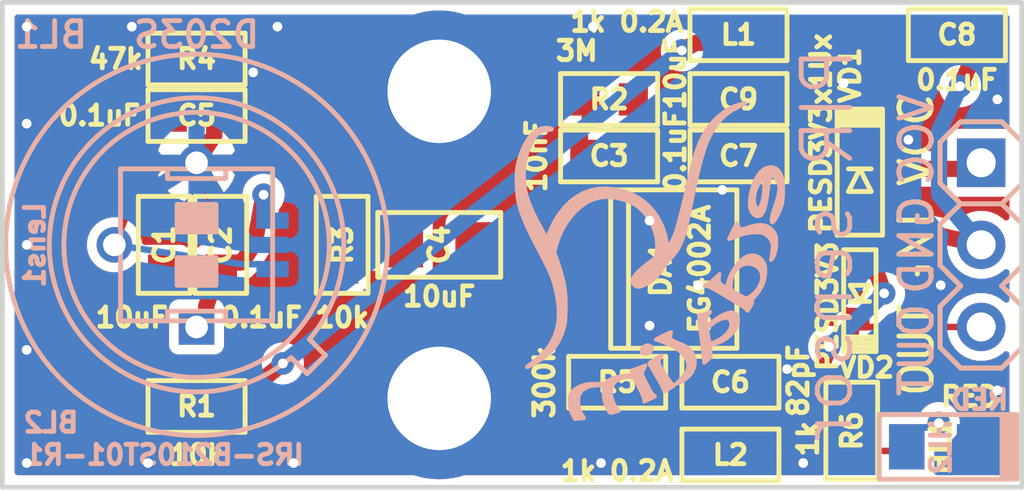
<source format=kicad_pcb>
(kicad_pcb (version 20171130) (host pcbnew "(5.1.7)-1")

  (general
    (thickness 1)
    (drawings 7)
    (tracks 353)
    (zones 0)
    (modules 29)
    (nets 13)
  )

  (page A4)
  (layers
    (0 F.Cu signal)
    (31 B.Cu signal)
    (36 B.SilkS user)
    (37 F.SilkS user)
    (38 B.Mask user)
    (39 F.Mask user)
    (40 Dwgs.User user hide)
    (44 Edge.Cuts user)
    (45 Margin user)
    (46 B.CrtYd user hide)
    (47 F.CrtYd user hide)
  )

  (setup
    (last_trace_width 0.2)
    (trace_clearance 0.2)
    (zone_clearance 0.3)
    (zone_45_only no)
    (trace_min 0.2)
    (via_size 0.7)
    (via_drill 0.3)
    (via_min_size 0.7)
    (via_min_drill 0.3)
    (uvia_size 0.7)
    (uvia_drill 0.3)
    (uvias_allowed no)
    (uvia_min_size 0.508)
    (uvia_min_drill 0.127)
    (edge_width 0.15)
    (segment_width 0.15)
    (pcb_text_width 0.3)
    (pcb_text_size 1.5 1.5)
    (mod_edge_width 0.15)
    (mod_text_size 1.5 1.5)
    (mod_text_width 0.15)
    (pad_size 0.9 0.9)
    (pad_drill 0.9)
    (pad_to_mask_clearance 0.2)
    (aux_axis_origin 245 150)
    (grid_origin 100 50)
    (visible_elements 7FFFF77F)
    (pcbplotparams
      (layerselection 0x010f0_ffffffff)
      (usegerberextensions true)
      (usegerberattributes false)
      (usegerberadvancedattributes false)
      (creategerberjobfile false)
      (gerberprecision 5)
      (excludeedgelayer true)
      (linewidth 0.150000)
      (plotframeref false)
      (viasonmask false)
      (mode 1)
      (useauxorigin true)
      (hpglpennumber 1)
      (hpglpenspeed 20)
      (hpglpendiameter 15.000000)
      (psnegative false)
      (psa4output false)
      (plotreference true)
      (plotvalue true)
      (plotinvisibletext false)
      (padsonsilk false)
      (subtractmaskfromsilk false)
      (outputformat 1)
      (mirror false)
      (drillshape 0)
      (scaleselection 1)
      (outputdirectory "Gerber/"))
  )

  (net 0 "")
  (net 1 GND)
  (net 2 /PIR_signal)
  (net 3 /+PIR_PWR2)
  (net 4 "Net-(C3-Pad1)")
  (net 5 "Net-(C3-Pad2)")
  (net 6 "Net-(C6-Pad1)")
  (net 7 /+PIR_PWR)
  (net 8 +VCC)
  (net 9 /GND_in)
  (net 10 /PIR_OUT)
  (net 11 "Net-(C4-Pad1)")
  (net 12 "Net-(HL1-PadA)")

  (net_class Default "Это класс цепей по умолчанию."
    (clearance 0.2)
    (trace_width 0.2)
    (via_dia 0.7)
    (via_drill 0.3)
    (uvia_dia 0.7)
    (uvia_drill 0.3)
    (diff_pair_width 0.2)
    (diff_pair_gap 0.2)
    (add_net /PIR_OUT)
    (add_net /PIR_signal)
    (add_net "Net-(C3-Pad1)")
    (add_net "Net-(C3-Pad2)")
    (add_net "Net-(C4-Pad1)")
    (add_net "Net-(C6-Pad1)")
    (add_net "Net-(HL1-PadA)")
  )

  (net_class wide ""
    (clearance 0.2)
    (trace_width 0.5)
    (via_dia 0.7)
    (via_drill 0.3)
    (uvia_dia 0.7)
    (uvia_drill 0.3)
    (diff_pair_width 0.2)
    (diff_pair_gap 0.2)
    (add_net +VCC)
    (add_net /+PIR_PWR)
    (add_net /+PIR_PWR2)
    (add_net /GND_in)
    (add_net GND)
  )

  (net_class widewide ""
    (clearance 0.2)
    (trace_width 1)
    (via_dia 0.7)
    (via_drill 0.3)
    (uvia_dia 0.7)
    (uvia_drill 0.3)
    (diff_pair_width 0.2)
    (diff_pair_gap 0.2)
  )

  (module Installation:PIR_D203S_TO5-3 locked (layer B.Cu) (tedit 632C82AC) (tstamp 632C8444)
    (at 106 57.5 90)
    (path /63390CE1)
    (zone_connect 1)
    (fp_text reference BL1 (at 6.5 -4.5 180) (layer B.SilkS)
      (effects (font (size 0.8 0.8) (thickness 0.15)) (justify mirror))
    )
    (fp_text value D203S (at 6.5 0) (layer B.SilkS)
      (effects (font (size 0.8 0.8) (thickness 0.15)) (justify mirror))
    )
    (fp_line (start -2.922036 3.487722) (end -3.417011 3.982697) (layer B.SilkS) (width 0.15))
    (fp_line (start -3.417011 3.982697) (end -3.982697 3.417011) (layer B.SilkS) (width 0.15))
    (fp_line (start -3.982697 3.417011) (end -3.487722 2.922036) (layer B.SilkS) (width 0.15))
    (fp_arc (start 0 0) (end -2.922036 3.487722) (angle -349.8) (layer B.SilkS) (width 0.15))
    (pad 3 thru_hole oval (at 2.54 0 90) (size 1.1 1.1) (drill 0.7) (layers *.Cu *.Mask)
      (net 1 GND) (zone_connect 1))
    (pad 2 thru_hole oval (at 0 -2.54 90) (size 1.1 1.1) (drill 0.7) (layers *.Cu *.Mask)
      (net 2 /PIR_signal) (zone_connect 1))
    (pad 1 thru_hole rect (at -2.54 0 90) (size 1.1 1.1) (drill 0.7) (layers *.Cu *.Mask)
      (net 3 /+PIR_PWR2) (zone_connect 1))
    (model ${KICAD_SYMBOL_DIR}/3D/Installation/PIR_D203S_TO5-3.STEP
      (at (xyz 0 0 0))
      (scale (xyz 1 1 1))
      (rotate (xyz 0 0 180))
    )
  )

  (module Installation:PIR_IRS-B210ST01 locked (layer B.Cu) (tedit 632C8276) (tstamp 632C846D)
    (at 106 57.5)
    (path /6331EE05)
    (attr smd)
    (fp_text reference BL2 (at -4.5 5.5) (layer B.SilkS)
      (effects (font (size 0.6 0.6) (thickness 0.15)) (justify mirror))
    )
    (fp_text value IRS-B210ST01-R1 (at -1 6.5) (layer B.SilkS)
      (effects (font (size 0.6 0.6) (thickness 0.15)) (justify mirror))
    )
    (fp_line (start -0.9 2.05) (end -0.9 2.35) (layer B.SilkS) (width 0.15))
    (fp_line (start 0.9 2.05) (end 0.9 2.35) (layer B.SilkS) (width 0.15))
    (fp_line (start -0.9 2.05) (end 0.9 2.05) (layer B.SilkS) (width 0.15))
    (fp_line (start 0.9 -2.05) (end -0.9 -2.05) (layer B.SilkS) (width 0.15))
    (fp_line (start -0.9 -2.05) (end -0.9 -2.35) (layer B.SilkS) (width 0.15))
    (fp_line (start 0.9 -2.05) (end 0.9 -2.35) (layer B.SilkS) (width 0.15))
    (fp_line (start 2.35 2.35) (end -2.35 2.35) (layer B.SilkS) (width 0.15))
    (fp_line (start -2.35 2.35) (end -2.35 -2.35) (layer B.SilkS) (width 0.15))
    (fp_line (start 2.35 -2.35) (end 2.35 2.35) (layer B.SilkS) (width 0.15))
    (fp_line (start -2.35 -2.35) (end 2.35 -2.35) (layer B.SilkS) (width 0.15))
    (fp_line (start 0.6 1.1) (end -0.6 1.1) (layer B.SilkS) (width 0.15))
    (fp_line (start -0.6 1) (end 0.6 1) (layer B.SilkS) (width 0.15))
    (fp_line (start 0.6 0.9) (end -0.6 0.9) (layer B.SilkS) (width 0.15))
    (fp_line (start -0.6 0.8) (end 0.6 0.8) (layer B.SilkS) (width 0.15))
    (fp_line (start 0.6 0.6) (end -0.6 0.6) (layer B.SilkS) (width 0.15))
    (fp_line (start -0.6 0.7) (end 0.6 0.7) (layer B.SilkS) (width 0.15))
    (fp_line (start 0.6 0.5) (end -0.6 0.5) (layer B.SilkS) (width 0.15))
    (fp_line (start 0.6 -1.1) (end -0.6 -1.1) (layer B.SilkS) (width 0.15))
    (fp_line (start 0.6 -1) (end -0.6 -1) (layer B.SilkS) (width 0.15))
    (fp_line (start 0.6 -0.9) (end -0.6 -0.9) (layer B.SilkS) (width 0.15))
    (fp_line (start 0.6 -0.8) (end -0.6 -0.8) (layer B.SilkS) (width 0.15))
    (fp_line (start 0.6 -0.7) (end -0.6 -0.7) (layer B.SilkS) (width 0.15))
    (fp_line (start 0.6 -0.6) (end -0.6 -0.6) (layer B.SilkS) (width 0.15))
    (fp_line (start 0.6 -0.5) (end -0.6 -0.5) (layer B.SilkS) (width 0.15))
    (fp_line (start 0.6 0.4) (end -0.6 0.4) (layer B.SilkS) (width 0.15))
    (fp_line (start 0.6 1.25) (end 0.6 0.4) (layer B.SilkS) (width 0.15))
    (fp_line (start -0.6 1.25) (end 0.6 1.25) (layer B.SilkS) (width 0.15))
    (fp_line (start -0.6 0.4) (end -0.6 1.25) (layer B.SilkS) (width 0.15))
    (fp_line (start 0.6 -0.4) (end 0.6 -1.25) (layer B.SilkS) (width 0.15))
    (fp_line (start 0.6 -1.25) (end -0.6 -1.25) (layer B.SilkS) (width 0.15))
    (fp_line (start -0.6 -1.25) (end -0.6 -0.4) (layer B.SilkS) (width 0.15))
    (fp_line (start -0.6 -0.4) (end 0.6 -0.4) (layer B.SilkS) (width 0.15))
    (pad 5 smd rect (at -2.35 -1.45) (size 1 0.5) (layers B.Cu B.Paste B.Mask)
      (net 1 GND) (zone_connect 2))
    (pad 4 smd rect (at -2.35 1.45) (size 1 0.5) (layers B.Cu B.Paste B.Mask)
      (net 1 GND) (zone_connect 2))
    (pad 1 smd rect (at 2.35 -0.75) (size 1 0.5) (layers B.Cu B.Paste B.Mask)
      (net 3 /+PIR_PWR2))
    (pad 2 smd rect (at 2.35 0) (size 1 0.5) (layers B.Cu B.Paste B.Mask)
      (net 1 GND))
    (pad 3 smd rect (at 2.35 0.75) (size 1 0.5) (layers B.Cu B.Paste B.Mask)
      (net 2 /PIR_signal))
  )

  (module Capacitors:CAP0603 (layer F.Cu) (tedit 632C83FB) (tstamp 632C8477)
    (at 105 57.5 90)
    (path /63390CD5)
    (attr smd)
    (fp_text reference C1 (at 0 0 90) (layer F.SilkS)
      (effects (font (size 0.6 0.6) (thickness 0.15)))
    )
    (fp_text value 10uF (at -2.25 -1 180) (layer F.SilkS)
      (effects (font (size 0.6 0.6) (thickness 0.15)))
    )
    (fp_line (start -1.5 -0.8) (end 1.5 -0.8) (layer F.SilkS) (width 0.15))
    (fp_line (start 1.5 -0.8) (end 1.5 0.8) (layer F.SilkS) (width 0.15))
    (fp_line (start 1.5 0.8) (end -1.5 0.8) (layer F.SilkS) (width 0.15))
    (fp_line (start -1.5 0.8) (end -1.5 -0.8) (layer F.SilkS) (width 0.15))
    (pad 2 smd rect (at 0.75 0 90) (size 0.9 1) (layers F.Cu F.Paste F.Mask)
      (net 1 GND))
    (pad 1 smd rect (at -0.75 0 90) (size 0.9 1) (layers F.Cu F.Paste F.Mask)
      (net 3 /+PIR_PWR2))
    (model ${KISYS3DMOD}/Capacitors/CAP0603.step
      (at (xyz 0 0 0))
      (scale (xyz 1 1 1))
      (rotate (xyz 0 0 0))
    )
  )

  (module Capacitors:CAP0603 (layer F.Cu) (tedit 632C83F5) (tstamp 632C8481)
    (at 106.75 57.5 90)
    (path /63390CC3)
    (attr smd)
    (fp_text reference C2 (at 0 0 90) (layer F.SilkS)
      (effects (font (size 0.6 0.6) (thickness 0.15)))
    )
    (fp_text value 0.1uF (at -2.25 1.25 180) (layer F.SilkS)
      (effects (font (size 0.6 0.6) (thickness 0.15)))
    )
    (fp_line (start -1.5 -0.8) (end 1.5 -0.8) (layer F.SilkS) (width 0.15))
    (fp_line (start 1.5 -0.8) (end 1.5 0.8) (layer F.SilkS) (width 0.15))
    (fp_line (start 1.5 0.8) (end -1.5 0.8) (layer F.SilkS) (width 0.15))
    (fp_line (start -1.5 0.8) (end -1.5 -0.8) (layer F.SilkS) (width 0.15))
    (pad 2 smd rect (at 0.75 0 90) (size 0.9 1) (layers F.Cu F.Paste F.Mask)
      (net 1 GND))
    (pad 1 smd rect (at -0.75 0 90) (size 0.9 1) (layers F.Cu F.Paste F.Mask)
      (net 3 /+PIR_PWR2))
    (model ${KISYS3DMOD}/Capacitors/CAP0603.step
      (at (xyz 0 0 0))
      (scale (xyz 1 1 1))
      (rotate (xyz 0 0 0))
    )
  )

  (module Capacitors:CAP0603 (layer F.Cu) (tedit 632C8D78) (tstamp 632C848B)
    (at 118.75 54.75 180)
    (path /63390D08)
    (attr smd)
    (fp_text reference C3 (at 0 0 180) (layer F.SilkS)
      (effects (font (size 0.6 0.6) (thickness 0.15)))
    )
    (fp_text value 10nF (at 2.25 0 270) (layer F.SilkS)
      (effects (font (size 0.6 0.6) (thickness 0.15)))
    )
    (fp_line (start -1.5 0.8) (end -1.5 -0.8) (layer F.SilkS) (width 0.15))
    (fp_line (start 1.5 0.8) (end -1.5 0.8) (layer F.SilkS) (width 0.15))
    (fp_line (start 1.5 -0.8) (end 1.5 0.8) (layer F.SilkS) (width 0.15))
    (fp_line (start -1.5 -0.8) (end 1.5 -0.8) (layer F.SilkS) (width 0.15))
    (pad 1 smd rect (at -0.75 0 180) (size 0.9 1) (layers F.Cu F.Paste F.Mask)
      (net 4 "Net-(C3-Pad1)"))
    (pad 2 smd rect (at 0.75 0 180) (size 0.9 1) (layers F.Cu F.Paste F.Mask)
      (net 5 "Net-(C3-Pad2)"))
    (model ${KISYS3DMOD}/Capacitors/CAP0603.step
      (at (xyz 0 0 0))
      (scale (xyz 1 1 1))
      (rotate (xyz 0 0 0))
    )
  )

  (module Capacitors:CAP0805 (layer F.Cu) (tedit 5DD56BC4) (tstamp 632C8495)
    (at 113.5 57.5)
    (path /632C7D56)
    (attr smd)
    (fp_text reference C4 (at 0 0 90) (layer F.SilkS)
      (effects (font (size 0.6 0.6) (thickness 0.15)))
    )
    (fp_text value 10uF (at 0 1.6) (layer F.SilkS)
      (effects (font (size 0.6 0.6) (thickness 0.15)))
    )
    (fp_line (start -1.9 1) (end -1.9 -1) (layer F.SilkS) (width 0.15))
    (fp_line (start 1.9 1) (end -1.9 1) (layer F.SilkS) (width 0.15))
    (fp_line (start 1.9 -1) (end 1.9 1) (layer F.SilkS) (width 0.15))
    (fp_line (start -1.9 -1) (end 1.9 -1) (layer F.SilkS) (width 0.15))
    (pad 1 smd rect (at -1.05 0) (size 1.1 1.4) (layers F.Cu F.Paste F.Mask)
      (net 11 "Net-(C4-Pad1)"))
    (pad 2 smd rect (at 1.05 0) (size 1.1 1.4) (layers F.Cu F.Paste F.Mask)
      (net 4 "Net-(C3-Pad1)"))
    (model ${KISYS3DMOD}/Capacitors/CAP0805.step
      (at (xyz 0 0 0))
      (scale (xyz 1 1 1))
      (rotate (xyz 0 0 0))
    )
  )

  (module Capacitors:CAP0603 (layer F.Cu) (tedit 632C8D3E) (tstamp 632C849F)
    (at 106 53.5)
    (path /63390CEE)
    (attr smd)
    (fp_text reference C5 (at 0 0) (layer F.SilkS)
      (effects (font (size 0.6 0.6) (thickness 0.15)))
    )
    (fp_text value 0.1uF (at -3 0) (layer F.SilkS)
      (effects (font (size 0.6 0.6) (thickness 0.15)))
    )
    (fp_line (start -1.5 -0.8) (end 1.5 -0.8) (layer F.SilkS) (width 0.15))
    (fp_line (start 1.5 -0.8) (end 1.5 0.8) (layer F.SilkS) (width 0.15))
    (fp_line (start 1.5 0.8) (end -1.5 0.8) (layer F.SilkS) (width 0.15))
    (fp_line (start -1.5 0.8) (end -1.5 -0.8) (layer F.SilkS) (width 0.15))
    (pad 2 smd rect (at 0.75 0) (size 0.9 1) (layers F.Cu F.Paste F.Mask)
      (net 1 GND))
    (pad 1 smd rect (at -0.75 0) (size 0.9 1) (layers F.Cu F.Paste F.Mask)
      (net 2 /PIR_signal))
    (model ${KISYS3DMOD}/Capacitors/CAP0603.step
      (at (xyz 0 0 0))
      (scale (xyz 1 1 1))
      (rotate (xyz 0 0 0))
    )
  )

  (module Capacitors:CAP0603 (layer F.Cu) (tedit 632C9A3B) (tstamp 632C84A9)
    (at 122.5 61.75)
    (path /63390D33)
    (attr smd)
    (fp_text reference C6 (at 0 0) (layer F.SilkS)
      (effects (font (size 0.6 0.6) (thickness 0.15)))
    )
    (fp_text value 82pF (at 2.1 -0.05 90) (layer F.SilkS)
      (effects (font (size 0.6 0.6) (thickness 0.15)))
    )
    (fp_line (start -1.5 -0.8) (end 1.5 -0.8) (layer F.SilkS) (width 0.15))
    (fp_line (start 1.5 -0.8) (end 1.5 0.8) (layer F.SilkS) (width 0.15))
    (fp_line (start 1.5 0.8) (end -1.5 0.8) (layer F.SilkS) (width 0.15))
    (fp_line (start -1.5 0.8) (end -1.5 -0.8) (layer F.SilkS) (width 0.15))
    (pad 2 smd rect (at 0.75 0) (size 0.9 1) (layers F.Cu F.Paste F.Mask)
      (net 1 GND))
    (pad 1 smd rect (at -0.75 0) (size 0.9 1) (layers F.Cu F.Paste F.Mask)
      (net 6 "Net-(C6-Pad1)"))
    (model ${KISYS3DMOD}/Capacitors/CAP0603.step
      (at (xyz 0 0 0))
      (scale (xyz 1 1 1))
      (rotate (xyz 0 0 0))
    )
  )

  (module Capacitors:CAP0603 (layer F.Cu) (tedit 632C8DCC) (tstamp 632C84B3)
    (at 122.75 54.75)
    (path /63390D02)
    (attr smd)
    (fp_text reference C7 (at 0 0) (layer F.SilkS)
      (effects (font (size 0.6 0.6) (thickness 0.15)))
    )
    (fp_text value 0.1uF (at -1.95 -0.15 90) (layer F.SilkS)
      (effects (font (size 0.6 0.6) (thickness 0.15)))
    )
    (fp_line (start -1.5 0.8) (end -1.5 -0.8) (layer F.SilkS) (width 0.15))
    (fp_line (start 1.5 0.8) (end -1.5 0.8) (layer F.SilkS) (width 0.15))
    (fp_line (start 1.5 -0.8) (end 1.5 0.8) (layer F.SilkS) (width 0.15))
    (fp_line (start -1.5 -0.8) (end 1.5 -0.8) (layer F.SilkS) (width 0.15))
    (pad 1 smd rect (at -0.75 0) (size 0.9 1) (layers F.Cu F.Paste F.Mask)
      (net 1 GND))
    (pad 2 smd rect (at 0.75 0) (size 0.9 1) (layers F.Cu F.Paste F.Mask)
      (net 7 /+PIR_PWR))
    (model ${KISYS3DMOD}/Capacitors/CAP0603.step
      (at (xyz 0 0 0))
      (scale (xyz 1 1 1))
      (rotate (xyz 0 0 0))
    )
  )

  (module Capacitors:CAP0603 (layer F.Cu) (tedit 5DD56BAF) (tstamp 632C84BD)
    (at 129.5 51)
    (path /632DD41F)
    (attr smd)
    (fp_text reference C8 (at 0 0) (layer F.SilkS)
      (effects (font (size 0.6 0.6) (thickness 0.15)))
    )
    (fp_text value 0.1uF (at 0 1.4) (layer F.SilkS)
      (effects (font (size 0.6 0.6) (thickness 0.15)))
    )
    (fp_line (start -1.5 0.8) (end -1.5 -0.8) (layer F.SilkS) (width 0.15))
    (fp_line (start 1.5 0.8) (end -1.5 0.8) (layer F.SilkS) (width 0.15))
    (fp_line (start 1.5 -0.8) (end 1.5 0.8) (layer F.SilkS) (width 0.15))
    (fp_line (start -1.5 -0.8) (end 1.5 -0.8) (layer F.SilkS) (width 0.15))
    (pad 1 smd rect (at -0.75 0) (size 0.9 1) (layers F.Cu F.Paste F.Mask)
      (net 8 +VCC))
    (pad 2 smd rect (at 0.75 0) (size 0.9 1) (layers F.Cu F.Paste F.Mask)
      (net 9 /GND_in))
    (model ${KISYS3DMOD}/Capacitors/CAP0603.step
      (at (xyz 0 0 0))
      (scale (xyz 1 1 1))
      (rotate (xyz 0 0 0))
    )
  )

  (module Capacitors:CAP0603 (layer F.Cu) (tedit 632C8DCF) (tstamp 632C84C7)
    (at 122.75 53 180)
    (path /63390CC9)
    (attr smd)
    (fp_text reference C9 (at 0 0 180) (layer F.SilkS)
      (effects (font (size 0.6 0.6) (thickness 0.15)))
    )
    (fp_text value 10uF (at 1.95 0.8 270) (layer F.SilkS)
      (effects (font (size 0.6 0.6) (thickness 0.15)))
    )
    (fp_line (start -1.5 0.8) (end -1.5 -0.8) (layer F.SilkS) (width 0.15))
    (fp_line (start 1.5 0.8) (end -1.5 0.8) (layer F.SilkS) (width 0.15))
    (fp_line (start 1.5 -0.8) (end 1.5 0.8) (layer F.SilkS) (width 0.15))
    (fp_line (start -1.5 -0.8) (end 1.5 -0.8) (layer F.SilkS) (width 0.15))
    (pad 1 smd rect (at -0.75 0 180) (size 0.9 1) (layers F.Cu F.Paste F.Mask)
      (net 7 /+PIR_PWR))
    (pad 2 smd rect (at 0.75 0 180) (size 0.9 1) (layers F.Cu F.Paste F.Mask)
      (net 1 GND))
    (model ${KISYS3DMOD}/Capacitors/CAP0603.step
      (at (xyz 0 0 0))
      (scale (xyz 1 1 1))
      (rotate (xyz 0 0 0))
    )
  )

  (module SOP,_MSOP,_TSSOP:SOP8 (layer F.Cu) (tedit 5E05D7FC) (tstamp 632C84D8)
    (at 120.75 58.25)
    (path /63390CFB)
    (attr smd)
    (fp_text reference DA1 (at -0.4 0 90) (layer F.SilkS)
      (effects (font (size 0.6 0.6) (thickness 0.15)))
    )
    (fp_text value EG4002A (at 0.8 0 90) (layer F.SilkS)
      (effects (font (size 0.6 0.6) (thickness 0.15)))
    )
    (fp_line (start 1.95 2.45) (end -1.95 2.45) (layer F.SilkS) (width 0.15))
    (fp_line (start 1.95 -2.45) (end -1.95 -2.45) (layer F.SilkS) (width 0.15))
    (fp_line (start 1.95 2.45) (end 1.95 -2.45) (layer F.SilkS) (width 0.15))
    (fp_line (start -1.95 -2.45) (end -1.95 2.45) (layer F.SilkS) (width 0.15))
    (fp_line (start -1.4 -2.45) (end -1.4 2.45) (layer F.SilkS) (width 0.15))
    (pad 1 smd rect (at -2.9 -1.905) (size 1.6 0.6) (layers F.Cu F.Paste F.Mask)
      (net 5 "Net-(C3-Pad2)"))
    (pad 2 smd oval (at -2.9 -0.635) (size 1.6 0.6) (layers F.Cu F.Paste F.Mask)
      (net 4 "Net-(C3-Pad1)"))
    (pad 3 smd oval (at -2.9 0.635) (size 1.6 0.6) (layers F.Cu F.Paste F.Mask)
      (net 7 /+PIR_PWR))
    (pad 4 smd oval (at -2.9 1.905) (size 1.6 0.6) (layers F.Cu F.Paste F.Mask)
      (net 7 /+PIR_PWR))
    (pad 5 smd oval (at 2.9 1.905) (size 1.6 0.6) (layers F.Cu F.Paste F.Mask)
      (net 1 GND))
    (pad 6 smd oval (at 2.9 0.635) (size 1.6 0.6) (layers F.Cu F.Paste F.Mask)
      (net 10 /PIR_OUT))
    (pad 7 smd oval (at 2.9 -0.635) (size 1.6 0.6) (layers F.Cu F.Paste F.Mask)
      (net 6 "Net-(C6-Pad1)"))
    (pad 8 smd oval (at 2.9 -1.905) (size 1.6 0.6) (layers F.Cu F.Paste F.Mask)
      (net 7 /+PIR_PWR))
    (model ${KISYS3DMOD}/SOP_MSOP_TSSOP/SOP8_150mil.step
      (at (xyz 0 0 0))
      (scale (xyz 1 1 1))
      (rotate (xyz -90 0 90))
    )
  )

  (module PCB_details:Hole_for_M3_small (layer F.Cu) (tedit 5F6C5DC9) (tstamp 632C84DD)
    (at 113.5 62.25)
    (path /5F35C316)
    (zone_connect 2)
    (attr virtual)
    (fp_text reference Hole1 (at 0 2.75) (layer F.SilkS) hide
      (effects (font (size 0.127 0.127) (thickness 0.02)))
    )
    (fp_text value HoleMetalled (at 0 -2.75) (layer F.SilkS) hide
      (effects (font (size 0.127 0.127) (thickness 0.02)))
    )
    (pad H thru_hole circle (at 0 0) (size 5 5) (drill 3.2) (layers *.Cu *.Mask)
      (net 1 GND) (zone_connect 2))
  )

  (module PCB_details:Hole_for_M3_small (layer F.Cu) (tedit 5F6C5DC9) (tstamp 632C84E2)
    (at 113.5 52.75)
    (path /5F35C6AD)
    (zone_connect 2)
    (attr virtual)
    (fp_text reference Hole2 (at 0 2.75) (layer F.SilkS) hide
      (effects (font (size 0.127 0.127) (thickness 0.02)))
    )
    (fp_text value HoleMetalled (at 0 -2.75) (layer F.SilkS) hide
      (effects (font (size 0.127 0.127) (thickness 0.02)))
    )
    (pad H thru_hole circle (at 0 0) (size 5 5) (drill 3.2) (layers *.Cu *.Mask)
      (net 1 GND) (zone_connect 2))
  )

  (module Inductors:Bead_0603 (layer F.Cu) (tedit 632C8DD9) (tstamp 632C84ED)
    (at 122.75 51 180)
    (path /63390CBD)
    (attr smd)
    (fp_text reference L1 (at 0 0 180) (layer F.SilkS)
      (effects (font (size 0.6 0.6) (thickness 0.15)))
    )
    (fp_text value "1k 0.2A" (at 3.45 0.4 180) (layer F.SilkS)
      (effects (font (size 0.6 0.6) (thickness 0.15)))
    )
    (fp_line (start -1.5 0) (end -1.5 -0.8) (layer F.SilkS) (width 0.15))
    (fp_line (start -1.5 -0.8) (end 1.5 -0.8) (layer F.SilkS) (width 0.15))
    (fp_line (start 1.5 -0.8) (end 1.5 0.8) (layer F.SilkS) (width 0.15))
    (fp_line (start 1.5 0.8) (end -1.5 0.8) (layer F.SilkS) (width 0.15))
    (fp_line (start -1.5 0.8) (end -1.5 0) (layer F.SilkS) (width 0.15))
    (pad 2 smd rect (at 0.75 0 180) (size 0.9 1) (layers F.Cu F.Paste F.Mask)
      (net 7 /+PIR_PWR))
    (pad 1 smd rect (at -0.75 0 180) (size 0.9 1) (layers F.Cu F.Paste F.Mask)
      (net 8 +VCC))
    (model "${KISYS3DMOD}/Inductors/Ferrite Bead 0603.STEP"
      (at (xyz 0 0 0))
      (scale (xyz 1 1 1))
      (rotate (xyz 0 0 0))
    )
  )

  (module Inductors:Bead_0603 (layer F.Cu) (tedit 632C8D5C) (tstamp 632C84F8)
    (at 122.5 64 180)
    (path /632DC0A7)
    (attr smd)
    (fp_text reference L2 (at 0 0 180) (layer F.SilkS)
      (effects (font (size 0.6 0.6) (thickness 0.15)))
    )
    (fp_text value "1k 0.2A" (at 3.5 -0.5 180) (layer F.SilkS)
      (effects (font (size 0.6 0.6) (thickness 0.15)))
    )
    (fp_line (start -1.5 0.8) (end -1.5 0) (layer F.SilkS) (width 0.15))
    (fp_line (start 1.5 0.8) (end -1.5 0.8) (layer F.SilkS) (width 0.15))
    (fp_line (start 1.5 -0.8) (end 1.5 0.8) (layer F.SilkS) (width 0.15))
    (fp_line (start -1.5 -0.8) (end 1.5 -0.8) (layer F.SilkS) (width 0.15))
    (fp_line (start -1.5 0) (end -1.5 -0.8) (layer F.SilkS) (width 0.15))
    (pad 1 smd rect (at -0.75 0 180) (size 0.9 1) (layers F.Cu F.Paste F.Mask)
      (net 9 /GND_in))
    (pad 2 smd rect (at 0.75 0 180) (size 0.9 1) (layers F.Cu F.Paste F.Mask)
      (net 1 GND))
    (model "${KISYS3DMOD}/Inductors/Ferrite Bead 0603.STEP"
      (at (xyz 0 0 0))
      (scale (xyz 1 1 1))
      (rotate (xyz 0 0 0))
    )
  )

  (module Installation:FresnelLens_10mm_8308-4 locked (layer B.Cu) (tedit 632C82B4) (tstamp 632C84FE)
    (at 106 57.5)
    (path /63390C9E)
    (fp_text reference Lens1 (at -5 0 90) (layer B.SilkS)
      (effects (font (size 0.6 0.6) (thickness 0.15)) (justify mirror))
    )
    (fp_text value "Lens 8308-4" (at 0 0.75) (layer B.SilkS) hide
      (effects (font (size 0.6 0.6) (thickness 0.15)) (justify mirror))
    )
    (fp_circle (center 0 0) (end 5.9 0) (layer B.SilkS) (width 0.15))
    (fp_circle (center 0 0) (end 4.1 0) (layer B.SilkS) (width 0.15))
    (model "${KICAD_SYMBOL_DIR}/3D/Installation/FresnelLens 10mm 8308-4.STEP"
      (at (xyz 0 0 0))
      (scale (xyz 1 1 1))
      (rotate (xyz 0 0 0))
    )
  )

  (module Graphics:Eldalim_10x8 (layer B.Cu) (tedit 5B095A05) (tstamp 632C850C)
    (at 120 58 270)
    (path /59C3CC15)
    (attr virtual)
    (fp_text reference Logo1 (at 0 0 270) (layer B.SilkS) hide
      (effects (font (size 1.524 1.524) (thickness 0.3)) (justify mirror))
    )
    (fp_text value Eldalim (at 0.75 0 270) (layer B.SilkS) hide
      (effects (font (size 1.524 1.524) (thickness 0.3)) (justify mirror))
    )
    (fp_circle (center 0.3 0) (end 0.2 0) (layer B.SilkS) (width 0.15))
    (fp_poly (pts (xy 2.878667 0.114664) (xy 2.865641 0.045199) (xy 2.831464 -0.012502) (xy 2.78349 -0.054135)
      (xy 2.729072 -0.075394) (xy 2.675563 -0.071973) (xy 2.630317 -0.039566) (xy 2.625734 -0.033443)
      (xy 2.596987 0.037127) (xy 2.603816 0.111261) (xy 2.645356 0.183145) (xy 2.660415 0.199437)
      (xy 2.726027 0.24819) (xy 2.785687 0.261931) (xy 2.834366 0.242614) (xy 2.867034 0.192192)
      (xy 2.878667 0.114664)) (layer B.SilkS) (width 0.1))
    (fp_poly (pts (xy 4.896985 2.309628) (xy 4.884984 2.167651) (xy 4.878246 2.098669) (xy 4.87138 2.045813)
      (xy 4.865702 2.018922) (xy 4.864925 2.017616) (xy 4.846429 2.022896) (xy 4.807164 2.044971)
      (xy 4.771085 2.068578) (xy 4.675534 2.126308) (xy 4.581941 2.163239) (xy 4.477317 2.183159)
      (xy 4.35563 2.189783) (xy 4.26937 2.189524) (xy 4.208789 2.184732) (xy 4.162016 2.173298)
      (xy 4.117177 2.15311) (xy 4.10163 2.144643) (xy 4.005459 2.069809) (xy 3.932375 1.966723)
      (xy 3.883401 1.837618) (xy 3.859562 1.684726) (xy 3.857294 1.612444) (xy 3.858089 1.525191)
      (xy 3.864346 1.469112) (xy 3.882567 1.437769) (xy 3.919252 1.424721) (xy 3.980904 1.423529)
      (xy 4.045086 1.426428) (xy 4.235213 1.417505) (xy 4.421267 1.371928) (xy 4.571526 1.307304)
      (xy 4.643396 1.269688) (xy 4.686797 1.240698) (xy 4.706392 1.21112) (xy 4.70684 1.171736)
      (xy 4.692805 1.113331) (xy 4.68454 1.083865) (xy 4.665292 1.01866) (xy 4.648814 0.968865)
      (xy 4.638461 0.944563) (xy 4.638016 0.94404) (xy 4.619736 0.949555) (xy 4.585259 0.975216)
      (xy 4.567015 0.991661) (xy 4.468397 1.064836) (xy 4.345961 1.124679) (xy 4.212558 1.166305)
      (xy 4.081037 1.184829) (xy 4.057588 1.185333) (xy 3.928433 1.169037) (xy 3.818152 1.120206)
      (xy 3.726866 1.038933) (xy 3.654695 0.925305) (xy 3.629176 0.865482) (xy 3.604887 0.778355)
      (xy 3.592324 0.684468) (xy 3.592069 0.596274) (xy 3.604706 0.52623) (xy 3.61246 0.507971)
      (xy 3.637382 0.485048) (xy 3.690283 0.450925) (xy 3.764412 0.408891) (xy 3.853023 0.362239)
      (xy 3.949367 0.314259) (xy 4.046694 0.268244) (xy 4.138257 0.227485) (xy 4.217307 0.195273)
      (xy 4.277095 0.174898) (xy 4.306801 0.169333) (xy 4.362606 0.169333) (xy 4.286953 0.004704)
      (xy 4.252748 -0.068018) (xy 4.223104 -0.127932) (xy 4.202256 -0.166627) (xy 4.196008 -0.175887)
      (xy 4.178475 -0.172549) (xy 4.156702 -0.142761) (xy 4.155284 -0.139938) (xy 4.136385 -0.115106)
      (xy 4.099658 -0.085107) (xy 4.041107 -0.04739) (xy 3.956737 0.000597) (xy 3.842552 0.061406)
      (xy 3.828815 0.068563) (xy 3.72948 0.119121) (xy 3.639338 0.16292) (xy 3.564572 0.197118)
      (xy 3.51137 0.218872) (xy 3.487355 0.225466) (xy 3.449965 0.217117) (xy 3.393222 0.195082)
      (xy 3.338827 0.168911) (xy 3.282615 0.140856) (xy 3.241059 0.122955) (xy 3.223698 0.119068)
      (xy 3.227401 0.138263) (xy 3.242859 0.184811) (xy 3.267466 0.25128) (xy 3.292263 0.314498)
      (xy 3.323391 0.395027) (xy 3.348293 0.465048) (xy 3.363964 0.515762) (xy 3.367852 0.535868)
      (xy 3.382238 0.558658) (xy 3.424533 0.55769) (xy 3.481795 0.538029) (xy 3.494493 0.537915)
      (xy 3.505218 0.553061) (xy 3.515333 0.588672) (xy 3.526206 0.649955) (xy 3.539202 0.742117)
      (xy 3.543082 0.771661) (xy 3.566975 0.929665) (xy 3.594102 1.055543) (xy 3.626284 1.154771)
      (xy 3.665341 1.232827) (xy 3.713092 1.295186) (xy 3.719151 1.301525) (xy 3.788383 1.372424)
      (xy 3.790622 1.650472) (xy 3.792434 1.767865) (xy 3.79638 1.856839) (xy 3.803479 1.926586)
      (xy 3.814751 1.986298) (xy 3.831216 2.04517) (xy 3.836062 2.060222) (xy 3.896581 2.209713)
      (xy 3.968994 2.324529) (xy 4.05418 2.405976) (xy 4.080439 2.422979) (xy 4.125905 2.447469)
      (xy 4.168205 2.462652) (xy 4.218602 2.470697) (xy 4.288358 2.47377) (xy 4.346223 2.474129)
      (xy 4.49946 2.46559) (xy 4.632134 2.437749) (xy 4.757781 2.387213) (xy 4.814456 2.35684)
      (xy 4.896985 2.309628)) (layer B.SilkS) (width 0.1))
    (fp_poly (pts (xy 4.045186 -0.447245) (xy 4.035903 -0.470873) (xy 4.011705 -0.516917) (xy 3.978066 -0.576168)
      (xy 3.940461 -0.639415) (xy 3.904366 -0.697448) (xy 3.875253 -0.741057) (xy 3.85869 -0.760978)
      (xy 3.840191 -0.754705) (xy 3.828318 -0.732211) (xy 3.808535 -0.708817) (xy 3.761714 -0.669605)
      (xy 3.693045 -0.618179) (xy 3.607721 -0.558145) (xy 3.510933 -0.493107) (xy 3.407872 -0.426669)
      (xy 3.303729 -0.362437) (xy 3.249542 -0.33033) (xy 3.167906 -0.2942) (xy 3.095233 -0.290492)
      (xy 3.021738 -0.319886) (xy 2.979016 -0.349188) (xy 2.940999 -0.374232) (xy 2.918721 -0.381265)
      (xy 2.916297 -0.37784) (xy 2.925896 -0.353953) (xy 2.951376 -0.307637) (xy 2.987763 -0.247784)
      (xy 2.998418 -0.231068) (xy 3.042204 -0.161449) (xy 3.08181 -0.095716) (xy 3.109473 -0.046791)
      (xy 3.11179 -0.042333) (xy 3.137348 -0.002104) (xy 3.160042 0.018216) (xy 3.163158 0.018815)
      (xy 3.184413 0.009579) (xy 3.233165 -0.016339) (xy 3.30465 -0.056253) (xy 3.394104 -0.10748)
      (xy 3.496761 -0.167334) (xy 3.563877 -0.206963) (xy 3.692077 -0.28171) (xy 3.802419 -0.343411)
      (xy 3.891538 -0.390305) (xy 3.956068 -0.420628) (xy 3.992647 -0.432617) (xy 3.994831 -0.432741)
      (xy 4.031766 -0.437412) (xy 4.045186 -0.447245)) (layer B.SilkS) (width 0.1))
    (fp_poly (pts (xy 3.806936 -0.79963) (xy 3.795597 -0.869832) (xy 3.773151 -0.93795) (xy 3.728305 -1.02145)
      (xy 3.667023 -1.110987) (xy 3.595273 -1.19722) (xy 3.56904 -1.224642) (xy 3.451504 -1.318841)
      (xy 3.321278 -1.381079) (xy 3.183793 -1.41034) (xy 3.04448 -1.405609) (xy 2.90877 -1.365869)
      (xy 2.881768 -1.353246) (xy 2.79911 -1.305334) (xy 2.730058 -1.248475) (xy 2.670078 -1.176609)
      (xy 2.614641 -1.083675) (xy 2.559212 -0.963613) (xy 2.523188 -0.873734) (xy 2.477611 -0.768582)
      (xy 2.433791 -0.692909) (xy 2.393564 -0.649473) (xy 2.367413 -0.639704) (xy 2.337307 -0.644778)
      (xy 2.288183 -0.657382) (xy 2.273951 -0.661533) (xy 2.226058 -0.673153) (xy 2.195509 -0.675494)
      (xy 2.191701 -0.673972) (xy 2.196098 -0.654645) (xy 2.214472 -0.607687) (xy 2.244208 -0.53924)
      (xy 2.28269 -0.455447) (xy 2.303176 -0.412254) (xy 2.349559 -0.318527) (xy 2.387934 -0.247187)
      (xy 2.416177 -0.20186) (xy 2.432166 -0.186175) (xy 2.4344 -0.188148) (xy 2.444879 -0.217135)
      (xy 2.464768 -0.272496) (xy 2.490815 -0.345172) (xy 2.509331 -0.396912) (xy 2.558009 -0.526695)
      (xy 2.60333 -0.631612) (xy 2.650989 -0.723322) (xy 2.706679 -0.813482) (xy 2.72901 -0.846667)
      (xy 2.83985 -0.986149) (xy 2.956757 -1.090016) (xy 3.078882 -1.157706) (xy 3.205376 -1.188654)
      (xy 3.248106 -1.190709) (xy 3.324702 -1.182627) (xy 3.400033 -1.156157) (xy 3.479724 -1.107961)
      (xy 3.569397 -1.034702) (xy 3.663995 -0.943865) (xy 3.806936 -0.79963)) (layer B.SilkS) (width 0.1))
    (fp_poly (pts (xy 3.159787 -1.686045) (xy 3.151591 -1.702286) (xy 3.122414 -1.737999) (xy 3.078056 -1.786223)
      (xy 3.065713 -1.79897) (xy 2.963334 -1.903675) (xy 2.80422 -1.891281) (xy 2.729662 -1.885236)
      (xy 2.669541 -1.87992) (xy 2.633702 -1.876221) (xy 2.62876 -1.87548) (xy 2.616592 -1.89069)
      (xy 2.597884 -1.934255) (xy 2.57586 -1.998194) (xy 2.565767 -2.031351) (xy 2.536325 -2.118947)
      (xy 2.536325 -1.876696) (xy 2.533318 -1.868527) (xy 2.511633 -1.86147) (xy 2.460624 -1.850186)
      (xy 2.388137 -1.836284) (xy 2.310369 -1.822758) (xy 2.097852 -1.787422) (xy 2.000939 -1.88977)
      (xy 1.923633 -1.983178) (xy 1.859454 -2.083676) (xy 1.810789 -2.184879) (xy 1.780022 -2.280401)
      (xy 1.769538 -2.363856) (xy 1.781722 -2.428861) (xy 1.79271 -2.447292) (xy 1.854274 -2.497779)
      (xy 1.934726 -2.518823) (xy 2.028766 -2.509807) (xy 2.103856 -2.48348) (xy 2.182952 -2.434419)
      (xy 2.267555 -2.360063) (xy 2.348623 -2.269822) (xy 2.417115 -2.173106) (xy 2.438956 -2.134732)
      (xy 2.479617 -2.051561) (xy 2.511137 -1.975927) (xy 2.530909 -1.915187) (xy 2.536325 -1.876696)
      (xy 2.536325 -2.118947) (xy 2.518288 -2.172612) (xy 2.463362 -2.289454) (xy 2.393546 -2.395087)
      (xy 2.301398 -2.502721) (xy 2.298421 -2.505895) (xy 2.178052 -2.617679) (xy 2.059563 -2.693745)
      (xy 1.939895 -2.735681) (xy 1.836143 -2.74569) (xy 1.767196 -2.741769) (xy 1.708316 -2.732966)
      (xy 1.680211 -2.724441) (xy 1.637529 -2.686568) (xy 1.602718 -2.625103) (xy 1.582741 -2.554073)
      (xy 1.580445 -2.523475) (xy 1.594193 -2.43148) (xy 1.633289 -2.321177) (xy 1.694508 -2.198745)
      (xy 1.774627 -2.070363) (xy 1.870422 -1.942211) (xy 1.905553 -1.900296) (xy 2.011094 -1.778)
      (xy 1.932177 -1.75378) (xy 1.83913 -1.737973) (xy 1.755822 -1.753708) (xy 1.674175 -1.803087)
      (xy 1.644608 -1.828603) (xy 1.596928 -1.870084) (xy 1.571011 -1.884902) (xy 1.565917 -1.871422)
      (xy 1.580706 -1.828008) (xy 1.608483 -1.765757) (xy 1.634905 -1.696729) (xy 1.651981 -1.628586)
      (xy 1.65552 -1.594555) (xy 1.655704 -1.524) (xy 1.783953 -1.524) (xy 1.848621 -1.527022)
      (xy 1.940039 -1.535337) (xy 2.047882 -1.547814) (xy 2.161821 -1.563325) (xy 2.209273 -1.570513)
      (xy 2.339368 -1.589501) (xy 2.490578 -1.609387) (xy 2.646503 -1.628136) (xy 2.790741 -1.643711)
      (xy 2.828913 -1.647426) (xy 2.934897 -1.657826) (xy 3.027218 -1.667666) (xy 3.099618 -1.676216)
      (xy 3.145841 -1.682747) (xy 3.159787 -1.686045)) (layer B.SilkS) (width 0.1))
    (fp_poly (pts (xy 3.292593 3.779159) (xy 3.282467 3.743427) (xy 3.254776 3.683686) (xy 3.213554 3.606744)
      (xy 3.162834 3.519406) (xy 3.106647 3.428479) (xy 3.049026 3.340771) (xy 2.994004 3.263087)
      (xy 2.963309 3.223367) (xy 2.804283 3.046246) (xy 2.638739 2.902585) (xy 2.460336 2.788215)
      (xy 2.262737 2.698968) (xy 2.076625 2.64019) (xy 2.004227 2.622099) (xy 1.937233 2.608595)
      (xy 1.867371 2.598804) (xy 1.786364 2.591852) (xy 1.685939 2.586865) (xy 1.557821 2.582969)
      (xy 1.528019 2.58224) (xy 1.309361 2.580277) (xy 1.117769 2.586067) (xy 0.943342 2.600334)
      (xy 0.776179 2.623802) (xy 0.660048 2.645706) (xy 0.529293 2.675973) (xy 0.376716 2.716512)
      (xy 0.215384 2.763495) (xy 0.058364 2.813096) (xy -0.081278 2.861486) (xy -0.098792 2.867982)
      (xy -0.275735 2.934255) (xy -0.443608 2.888247) (xy -0.735103 2.792034) (xy -1.00058 2.669855)
      (xy -1.242472 2.52037) (xy -1.463216 2.342238) (xy -1.502853 2.305152) (xy -1.668867 2.1263)
      (xy -1.798279 1.941825) (xy -1.89145 1.750197) (xy -1.948742 1.549887) (xy -1.970516 1.339364)
      (xy -1.957135 1.117099) (xy -1.908961 0.881561) (xy -1.870035 0.752593) (xy -1.801752 0.577916)
      (xy -1.719616 0.429166) (xy -1.616687 0.295281) (xy -1.522473 0.198727) (xy -1.337906 0.049847)
      (xy -1.13371 -0.068694) (xy -0.914531 -0.154917) (xy -0.685019 -0.206843) (xy -0.536222 -0.221102)
      (xy -0.41328 -0.223301) (xy -0.304338 -0.218759) (xy -0.220928 -0.207963) (xy -0.220246 -0.207822)
      (xy -0.111234 -0.185137) (xy 0.05108 0.034432) (xy 0.178491 0.197234) (xy 0.297729 0.330289)
      (xy 0.407502 0.432474) (xy 0.506523 0.502667) (xy 0.5935 0.539742) (xy 0.638118 0.54563)
      (xy 0.676981 0.532713) (xy 0.724999 0.499954) (xy 0.745067 0.481659) (xy 0.788618 0.425811)
      (xy 0.807965 0.365154) (xy 0.803075 0.293096) (xy 0.773915 0.203042) (xy 0.743332 0.13465)
      (xy 0.634845 -0.051516) (xy 0.501131 -0.211137) (xy 0.343974 -0.34235) (xy 0.211298 -0.421248)
      (xy 0.148632 -0.461018) (xy 0.070206 -0.523231) (xy -0.015864 -0.601245) (xy -0.05211 -0.636892)
      (xy -0.197873 -0.770498) (xy -0.345577 -0.876432) (xy -0.507641 -0.962576) (xy -0.664783 -1.025703)
      (xy -0.745118 -1.05366) (xy -0.822998 -1.078838) (xy -0.903787 -1.102573) (xy -0.992847 -1.126199)
      (xy -1.095543 -1.151051) (xy -1.217236 -1.178464) (xy -1.363291 -1.209772) (xy -1.539071 -1.246309)
      (xy -1.608666 -1.260592) (xy -1.945393 -1.330328) (xy -2.24758 -1.394736) (xy -2.51782 -1.454562)
      (xy -2.758711 -1.51055) (xy -2.972848 -1.563447) (xy -3.162825 -1.613998) (xy -3.331238 -1.662948)
      (xy -3.480683 -1.711044) (xy -3.613756 -1.75903) (xy -3.733051 -1.807653) (xy -3.841163 -1.857658)
      (xy -3.940689 -1.90979) (xy -4.011409 -1.950824) (xy -4.211451 -2.083256) (xy -4.3791 -2.220662)
      (xy -4.519588 -2.368539) (xy -4.638149 -2.532383) (xy -4.738403 -2.714345) (xy -4.778657 -2.795566)
      (xy -4.815937 -2.867169) (xy -4.845625 -2.920492) (xy -4.861081 -2.944518) (xy -4.882828 -2.969562)
      (xy -4.890205 -2.962123) (xy -4.891253 -2.933703) (xy -4.884113 -2.882933) (xy -4.864071 -2.808194)
      (xy -4.834506 -2.719442) (xy -4.798797 -2.626632) (xy -4.760323 -2.539719) (xy -4.751225 -2.521185)
      (xy -4.615187 -2.291842) (xy -4.448374 -2.083918) (xy -4.251272 -1.897881) (xy -4.024366 -1.734203)
      (xy -3.819407 -1.618512) (xy -3.670069 -1.548292) (xy -3.509151 -1.483007) (xy -3.331891 -1.421162)
      (xy -3.133529 -1.361261) (xy -2.909303 -1.30181) (xy -2.654454 -1.241314) (xy -2.530592 -1.213804)
      (xy -2.351044 -1.173897) (xy -2.162605 -1.130662) (xy -1.97021 -1.085338) (xy -1.778797 -1.03916)
      (xy -1.5933 -0.993367) (xy -1.418658 -0.949193) (xy -1.259806 -0.907877) (xy -1.12168 -0.870656)
      (xy -1.009218 -0.838765) (xy -0.927354 -0.813443) (xy -0.912518 -0.808378) (xy -0.76011 -0.749331)
      (xy -0.626807 -0.686581) (xy -0.519972 -0.623764) (xy -0.481336 -0.595521) (xy -0.426451 -0.551683)
      (xy -0.566003 -0.539629) (xy -0.786121 -0.50292) (xy -1.015229 -0.430166) (xy -1.159418 -0.368006)
      (xy -1.398014 -0.237398) (xy -1.606586 -0.084947) (xy -1.785753 0.090181) (xy -1.936132 0.288825)
      (xy -2.058341 0.511819) (xy -2.152999 0.760002) (xy -2.220724 1.03421) (xy -2.22894 1.079613)
      (xy -2.255294 1.334237) (xy -2.245358 1.579847) (xy -2.199619 1.815398) (xy -2.118563 2.039843)
      (xy -2.002677 2.252134) (xy -1.852448 2.451225) (xy -1.668363 2.636069) (xy -1.450907 2.80562)
      (xy -1.41515 2.829863) (xy -1.247753 2.932551) (xy -1.072033 3.02473) (xy -0.901248 3.099758)
      (xy -0.812365 3.131917) (xy -0.771896 3.14505) (xy -0.745298 3.156012) (xy -0.73542 3.167943)
      (xy -0.745111 3.183982) (xy -0.77722 3.207267) (xy -0.834596 3.240939) (xy -0.920088 3.288135)
      (xy -0.987777 3.32519) (xy -1.227508 3.453529) (xy -1.441487 3.561047) (xy -1.634105 3.649454)
      (xy -1.809749 3.720458) (xy -1.972808 3.77577) (xy -2.127671 3.817099) (xy -2.278727 3.846153)
      (xy -2.351358 3.856265) (xy -2.647723 3.876078) (xy -2.931792 3.860793) (xy -3.205671 3.810074)
      (xy -3.471465 3.723585) (xy -3.631259 3.652764) (xy -3.781368 3.568124) (xy -3.896092 3.477088)
      (xy -3.977497 3.376938) (xy -4.027646 3.264959) (xy -4.048604 3.138433) (xy -4.049527 3.102461)
      (xy -4.053998 3.039489) (xy -4.067617 3.011916) (xy -4.073565 3.01037) (xy -4.093863 3.017382)
      (xy -4.108879 3.043129) (xy -4.121549 3.094679) (xy -4.130069 3.146375) (xy -4.130065 3.248372)
      (xy -4.104933 3.361484) (xy -4.058432 3.472711) (xy -4.015834 3.541583) (xy -3.917653 3.650437)
      (xy -3.786651 3.754409) (xy -3.627558 3.851082) (xy -3.445103 3.938038) (xy -3.244015 4.012859)
      (xy -3.029022 4.073126) (xy -2.93684 4.093291) (xy -2.835378 4.107389) (xy -2.705707 4.115952)
      (xy -2.556804 4.119208) (xy -2.397646 4.117387) (xy -2.237209 4.110716) (xy -2.084471 4.099424)
      (xy -1.948408 4.08374) (xy -1.845193 4.06552) (xy -1.688648 4.026761) (xy -1.529333 3.978775)
      (xy -1.362837 3.919733) (xy -1.184744 3.847808) (xy -0.990642 3.761174) (xy -0.776118 3.658004)
      (xy -0.536757 3.536469) (xy -0.420703 3.475794) (xy -0.215642 3.368232) (xy -0.039211 3.276991)
      (xy 0.112928 3.200255) (xy 0.245115 3.136208) (xy 0.361688 3.083032) (xy 0.466988 3.038912)
      (xy 0.565351 3.002031) (xy 0.661119 2.970573) (xy 0.75863 2.942721) (xy 0.862223 2.916658)
      (xy 0.976237 2.890569) (xy 0.978371 2.890097) (xy 1.283226 2.836341) (xy 1.568697 2.814564)
      (xy 1.835787 2.825112) (xy 2.085494 2.868334) (xy 2.318822 2.944578) (xy 2.53677 3.054192)
      (xy 2.740341 3.197524) (xy 2.930536 3.374922) (xy 3.108355 3.586733) (xy 3.151182 3.64537)
      (xy 3.210368 3.726048) (xy 3.252047 3.776386) (xy 3.278186 3.798242) (xy 3.290751 3.793477)
      (xy 3.292593 3.779159)) (layer B.SilkS) (width 0.1))
    (fp_poly (pts (xy 1.55192 -3.029675) (xy 1.532819 -3.044999) (xy 1.489397 -3.073804) (xy 1.429889 -3.110697)
      (xy 1.409202 -3.123089) (xy 1.34004 -3.162431) (xy 1.295695 -3.182576) (xy 1.270034 -3.185727)
      (xy 1.258633 -3.177176) (xy 1.243939 -3.146759) (xy 1.242066 -3.137921) (xy 1.229645 -3.143982)
      (xy 1.196613 -3.171581) (xy 1.153959 -3.210935) (xy 1.153959 -2.979267) (xy 1.033239 -2.759706)
      (xy 0.978516 -2.664486) (xy 0.931445 -2.591108) (xy 0.894975 -2.543893) (xy 0.874889 -2.527674)
      (xy 0.809603 -2.517488) (xy 0.72135 -2.519145) (xy 0.622512 -2.531578) (xy 0.525467 -2.553716)
      (xy 0.506611 -2.559455) (xy 0.36856 -2.618851) (xy 0.256126 -2.698367) (xy 0.171331 -2.794159)
      (xy 0.116197 -2.902387) (xy 0.092744 -3.019208) (xy 0.102993 -3.140781) (xy 0.14273 -3.25114)
      (xy 0.212007 -3.353672) (xy 0.300488 -3.424888) (xy 0.40549 -3.46408) (xy 0.524328 -3.47054)
      (xy 0.65432 -3.44356) (xy 0.741019 -3.408939) (xy 0.864898 -3.336026) (xy 0.976498 -3.242631)
      (xy 1.065859 -3.137846) (xy 1.101161 -3.080109) (xy 1.153959 -2.979267) (xy 1.153959 -3.210935)
      (xy 1.148912 -3.215592) (xy 1.122179 -3.241402) (xy 0.955571 -3.381527) (xy 0.779093 -3.485383)
      (xy 0.592511 -3.553078) (xy 0.395591 -3.58472) (xy 0.366889 -3.586291) (xy 0.237552 -3.586218)
      (xy 0.139837 -3.573471) (xy 0.112313 -3.565934) (xy -0.002049 -3.511383) (xy -0.090612 -3.432923)
      (xy -0.15114 -3.335981) (xy -0.181396 -3.225987) (xy -0.179145 -3.10837) (xy -0.14215 -2.988559)
      (xy -0.133123 -2.970065) (xy -0.061055 -2.862874) (xy 0.041457 -2.756539) (xy 0.167407 -2.655604)
      (xy 0.309789 -2.564614) (xy 0.4616 -2.488112) (xy 0.615833 -2.430641) (xy 0.74619 -2.399716)
      (xy 0.824453 -2.386748) (xy 0.765005 -2.285309) (xy 0.713311 -2.210656) (xy 0.659028 -2.167084)
      (xy 0.591845 -2.149585) (xy 0.501451 -2.153149) (xy 0.494632 -2.153977) (xy 0.386765 -2.167454)
      (xy 0.519964 -2.02723) (xy 0.583894 -1.955716) (xy 0.643722 -1.881445) (xy 0.690297 -1.816078)
      (xy 0.705568 -1.790721) (xy 0.735659 -1.740636) (xy 0.760165 -1.709098) (xy 0.771602 -1.702861)
      (xy 0.781807 -1.725105) (xy 0.791508 -1.771243) (xy 0.79457 -1.794139) (xy 0.801576 -1.826139)
      (xy 0.817552 -1.868428) (xy 0.84442 -1.924572) (xy 0.884102 -1.99814) (xy 0.93852 -2.092699)
      (xy 1.009597 -2.211818) (xy 1.096342 -2.354311) (xy 1.172448 -2.478538) (xy 1.244064 -2.595446)
      (xy 1.308294 -2.700305) (xy 1.36224 -2.788384) (xy 1.403003 -2.854951) (xy 1.427687 -2.895277)
      (xy 1.430845 -2.90044) (xy 1.467989 -2.949965) (xy 1.507708 -2.987052) (xy 1.51663 -2.992646)
      (xy 1.546081 -3.014308) (xy 1.55192 -3.029675)) (layer B.SilkS) (width 0.1))
    (fp_poly (pts (xy -0.021658 -3.748598) (xy -0.034323 -3.76807) (xy -0.036371 -3.770572) (xy -0.097343 -3.820489)
      (xy -0.187015 -3.862793) (xy -0.296973 -3.896074) (xy -0.418801 -3.918924) (xy -0.544086 -3.929934)
      (xy -0.664413 -3.927694) (xy -0.771367 -3.910795) (xy -0.808029 -3.899789) (xy -0.871851 -3.867353)
      (xy -0.941741 -3.816707) (xy -0.979356 -3.782584) (xy -1.058062 -3.683564) (xy -1.106831 -3.5722)
      (xy -1.125969 -3.445695) (xy -1.115786 -3.301256) (xy -1.076588 -3.136088) (xy -1.057224 -3.076222)
      (xy -1.022124 -2.970447) (xy -1.000857 -2.893684) (xy -0.993881 -2.83977) (xy -1.001653 -2.802544)
      (xy -1.024633 -2.775844) (xy -1.063277 -2.75351) (xy -1.081852 -2.745025) (xy -1.130754 -2.720944)
      (xy -1.161327 -2.701177) (xy -1.166499 -2.694342) (xy -1.150738 -2.682172) (xy -1.108293 -2.657842)
      (xy -1.046401 -2.624935) (xy -0.972297 -2.587035) (xy -0.89322 -2.547724) (xy -0.816405 -2.510587)
      (xy -0.749089 -2.479207) (xy -0.698508 -2.457168) (xy -0.6719 -2.448053) (xy -0.669707 -2.448332)
      (xy -0.673549 -2.467641) (xy -0.688528 -2.514602) (xy -0.712153 -2.58179) (xy -0.73683 -2.648355)
      (xy -0.7876 -2.787154) (xy -0.82447 -2.901242) (xy -0.849498 -2.999991) (xy -0.864738 -3.092768)
      (xy -0.872246 -3.188945) (xy -0.874064 -3.273778) (xy -0.873698 -3.364613) (xy -0.870375 -3.428514)
      (xy -0.862114 -3.476165) (xy -0.846932 -3.51825) (xy -0.822845 -3.565451) (xy -0.818444 -3.573448)
      (xy -0.744174 -3.673057) (xy -0.64876 -3.74626) (xy -0.538912 -3.7882) (xy -0.515989 -3.792381)
      (xy -0.45063 -3.795535) (xy -0.358917 -3.791014) (xy -0.25112 -3.779778) (xy -0.13751 -3.76279)
      (xy -0.075259 -3.751138) (xy -0.033243 -3.743984) (xy -0.021658 -3.748598)) (layer B.SilkS) (width 0.1))
    (fp_poly (pts (xy -1.182086 -3.800308) (xy -1.205604 -3.831734) (xy -1.253819 -3.870831) (xy -1.321501 -3.914726)
      (xy -1.403421 -3.960547) (xy -1.494348 -4.005423) (xy -1.589052 -4.046479) (xy -1.682304 -4.080844)
      (xy -1.768874 -4.105646) (xy -1.791318 -4.110508) (xy -1.877005 -4.122819) (xy -1.985014 -4.131414)
      (xy -2.106042 -4.136271) (xy -2.230791 -4.137369) (xy -2.349961 -4.134685) (xy -2.454252 -4.128197)
      (xy -2.534364 -4.117883) (xy -2.558814 -4.112336) (xy -2.696786 -4.061265) (xy -2.800816 -3.994188)
      (xy -2.871108 -3.910915) (xy -2.907867 -3.811253) (xy -2.912153 -3.780645) (xy -2.905221 -3.663606)
      (xy -2.861961 -3.553057) (xy -2.783263 -3.449929) (xy -2.670016 -3.355153) (xy -2.523109 -3.269661)
      (xy -2.357002 -3.199281) (xy -2.174434 -3.142264) (xy -1.997134 -3.105284) (xy -1.831621 -3.089064)
      (xy -1.684414 -3.094323) (xy -1.58563 -3.114055) (xy -1.497106 -3.153727) (xy -1.429907 -3.210374)
      (xy -1.387531 -3.277768) (xy -1.373478 -3.349683) (xy -1.391247 -3.419889) (xy -1.402947 -3.439177)
      (xy -1.461234 -3.493088) (xy -1.556363 -3.541264) (xy -1.62206 -3.562394) (xy -1.62206 -3.362015)
      (xy -1.625181 -3.324936) (xy -1.664369 -3.288965) (xy -1.679222 -3.280634) (xy -1.774533 -3.249029)
      (xy -1.891462 -3.238224) (xy -2.020809 -3.247427) (xy -2.153373 -3.275846) (xy -2.279954 -3.322689)
      (xy -2.304248 -3.334455) (xy -2.364157 -3.368668) (xy -2.424198 -3.409276) (xy -2.477664 -3.450768)
      (xy -2.51785 -3.487632) (xy -2.538049 -3.514358) (xy -2.53564 -3.52461) (xy -2.492701 -3.532687)
      (xy -2.421322 -3.53642) (xy -2.330401 -3.536157) (xy -2.228832 -3.532247) (xy -2.125513 -3.525039)
      (xy -2.02934 -3.514881) (xy -1.949209 -3.502122) (xy -1.946187 -3.501506) (xy -1.817068 -3.469946)
      (xy -1.719206 -3.435515) (xy -1.653802 -3.399206) (xy -1.62206 -3.362015) (xy -1.62206 -3.562394)
      (xy -1.687972 -3.583595) (xy -1.855696 -3.619974) (xy -2.059172 -3.65029) (xy -2.140806 -3.659668)
      (xy -2.313334 -3.680788) (xy -2.448799 -3.703303) (xy -2.547746 -3.727335) (xy -2.610721 -3.753007)
      (xy -2.632169 -3.770075) (xy -2.637028 -3.802318) (xy -2.613819 -3.844539) (xy -2.568277 -3.890185)
      (xy -2.506136 -3.9327) (xy -2.476472 -3.948043) (xy -2.395345 -3.979209) (xy -2.310093 -3.996475)
      (xy -2.215812 -3.999294) (xy -2.1076 -3.987118) (xy -1.980553 -3.9594) (xy -1.829767 -3.915592)
      (xy -1.652933 -3.85606) (xy -1.499389 -3.805902) (xy -1.376443 -3.774685) (xy -1.282348 -3.762122)
      (xy -1.215359 -3.767924) (xy -1.188495 -3.779425) (xy -1.182086 -3.800308)) (layer B.SilkS) (width 0.1))
  )

  (module Resistors:RES0603 (layer F.Cu) (tedit 632C8D45) (tstamp 632C8517)
    (at 106 62.5 180)
    (path /63390CA4)
    (attr smd)
    (fp_text reference R1 (at 0 0 180) (layer F.SilkS)
      (effects (font (size 0.6 0.6) (thickness 0.15)))
    )
    (fp_text value 10k (at 0 -1.5 180) (layer F.SilkS)
      (effects (font (size 0.6 0.6) (thickness 0.15)))
    )
    (fp_line (start -1.5 0) (end -1.5 -0.8) (layer F.SilkS) (width 0.15))
    (fp_line (start -1.5 -0.8) (end 1.5 -0.8) (layer F.SilkS) (width 0.15))
    (fp_line (start 1.5 -0.8) (end 1.5 0.8) (layer F.SilkS) (width 0.15))
    (fp_line (start 1.5 0.8) (end -1.5 0.8) (layer F.SilkS) (width 0.15))
    (fp_line (start -1.5 0.8) (end -1.5 0) (layer F.SilkS) (width 0.15))
    (pad 2 smd rect (at 0.75 0 180) (size 0.9 1) (layers F.Cu F.Paste F.Mask)
      (net 3 /+PIR_PWR2))
    (pad 1 smd rect (at -0.75 0 180) (size 0.9 1) (layers F.Cu F.Paste F.Mask)
      (net 7 /+PIR_PWR))
    (model ${KISYS3DMOD}/Resistors/RES0603.step
      (at (xyz 0 0 0))
      (scale (xyz 1 1 1))
      (rotate (xyz -90 0 0))
    )
  )

  (module Resistors:RES0603 (layer F.Cu) (tedit 632C8D80) (tstamp 632C8522)
    (at 118.75 53 180)
    (path /63390D0E)
    (attr smd)
    (fp_text reference R2 (at 0 0 180) (layer F.SilkS)
      (effects (font (size 0.6 0.6) (thickness 0.15)))
    )
    (fp_text value 3M (at 1 1.5) (layer F.SilkS)
      (effects (font (size 0.6 0.6) (thickness 0.15)))
    )
    (fp_line (start -1.5 0.8) (end -1.5 0) (layer F.SilkS) (width 0.15))
    (fp_line (start 1.5 0.8) (end -1.5 0.8) (layer F.SilkS) (width 0.15))
    (fp_line (start 1.5 -0.8) (end 1.5 0.8) (layer F.SilkS) (width 0.15))
    (fp_line (start -1.5 -0.8) (end 1.5 -0.8) (layer F.SilkS) (width 0.15))
    (fp_line (start -1.5 0) (end -1.5 -0.8) (layer F.SilkS) (width 0.15))
    (pad 1 smd rect (at -0.75 0 180) (size 0.9 1) (layers F.Cu F.Paste F.Mask)
      (net 4 "Net-(C3-Pad1)"))
    (pad 2 smd rect (at 0.75 0 180) (size 0.9 1) (layers F.Cu F.Paste F.Mask)
      (net 5 "Net-(C3-Pad2)"))
    (model ${KISYS3DMOD}/Resistors/RES0603.step
      (at (xyz 0 0 0))
      (scale (xyz 1 1 1))
      (rotate (xyz -90 0 0))
    )
  )

  (module Resistors:RES0603 (layer F.Cu) (tedit 632C8D51) (tstamp 632C852D)
    (at 110.5 57.5 270)
    (path /63390D1C)
    (attr smd)
    (fp_text reference R3 (at 0 0 270) (layer F.SilkS)
      (effects (font (size 0.6 0.6) (thickness 0.15)))
    )
    (fp_text value 10k (at 2.25 0) (layer F.SilkS)
      (effects (font (size 0.6 0.6) (thickness 0.15)))
    )
    (fp_line (start -1.5 0) (end -1.5 -0.8) (layer F.SilkS) (width 0.15))
    (fp_line (start -1.5 -0.8) (end 1.5 -0.8) (layer F.SilkS) (width 0.15))
    (fp_line (start 1.5 -0.8) (end 1.5 0.8) (layer F.SilkS) (width 0.15))
    (fp_line (start 1.5 0.8) (end -1.5 0.8) (layer F.SilkS) (width 0.15))
    (fp_line (start -1.5 0.8) (end -1.5 0) (layer F.SilkS) (width 0.15))
    (pad 2 smd rect (at 0.75 0 270) (size 0.9 1) (layers F.Cu F.Paste F.Mask)
      (net 11 "Net-(C4-Pad1)"))
    (pad 1 smd rect (at -0.75 0 270) (size 0.9 1) (layers F.Cu F.Paste F.Mask)
      (net 2 /PIR_signal))
    (model ${KISYS3DMOD}/Resistors/RES0603.step
      (at (xyz 0 0 0))
      (scale (xyz 1 1 1))
      (rotate (xyz -90 0 0))
    )
  )

  (module Resistors:RES0603 (layer F.Cu) (tedit 632C8D3B) (tstamp 632C8538)
    (at 106 51.75)
    (path /63390CB1)
    (attr smd)
    (fp_text reference R4 (at 0 0) (layer F.SilkS)
      (effects (font (size 0.6 0.6) (thickness 0.15)))
    )
    (fp_text value 47k (at -2.5 0) (layer F.SilkS)
      (effects (font (size 0.6 0.6) (thickness 0.15)))
    )
    (fp_line (start -1.5 0.8) (end -1.5 0) (layer F.SilkS) (width 0.15))
    (fp_line (start 1.5 0.8) (end -1.5 0.8) (layer F.SilkS) (width 0.15))
    (fp_line (start 1.5 -0.8) (end 1.5 0.8) (layer F.SilkS) (width 0.15))
    (fp_line (start -1.5 -0.8) (end 1.5 -0.8) (layer F.SilkS) (width 0.15))
    (fp_line (start -1.5 0) (end -1.5 -0.8) (layer F.SilkS) (width 0.15))
    (pad 1 smd rect (at -0.75 0) (size 0.9 1) (layers F.Cu F.Paste F.Mask)
      (net 2 /PIR_signal))
    (pad 2 smd rect (at 0.75 0) (size 0.9 1) (layers F.Cu F.Paste F.Mask)
      (net 1 GND))
    (model ${KISYS3DMOD}/Resistors/RES0603.step
      (at (xyz 0 0 0))
      (scale (xyz 1 1 1))
      (rotate (xyz -90 0 0))
    )
  )

  (module Resistors:RES0603 (layer F.Cu) (tedit 632C8D6B) (tstamp 632C8543)
    (at 119 61.75 180)
    (path /63390D39)
    (attr smd)
    (fp_text reference R5 (at 0 0 180) (layer F.SilkS)
      (effects (font (size 0.6 0.6) (thickness 0.15)))
    )
    (fp_text value 300k (at 2.25 0 270) (layer F.SilkS)
      (effects (font (size 0.6 0.6) (thickness 0.15)))
    )
    (fp_line (start -1.5 0.8) (end -1.5 0) (layer F.SilkS) (width 0.15))
    (fp_line (start 1.5 0.8) (end -1.5 0.8) (layer F.SilkS) (width 0.15))
    (fp_line (start 1.5 -0.8) (end 1.5 0.8) (layer F.SilkS) (width 0.15))
    (fp_line (start -1.5 -0.8) (end 1.5 -0.8) (layer F.SilkS) (width 0.15))
    (fp_line (start -1.5 0) (end -1.5 -0.8) (layer F.SilkS) (width 0.15))
    (pad 1 smd rect (at -0.75 0 180) (size 0.9 1) (layers F.Cu F.Paste F.Mask)
      (net 6 "Net-(C6-Pad1)"))
    (pad 2 smd rect (at 0.75 0 180) (size 0.9 1) (layers F.Cu F.Paste F.Mask)
      (net 7 /+PIR_PWR))
    (model ${KISYS3DMOD}/Resistors/RES0603.step
      (at (xyz 0 0 0))
      (scale (xyz 1 1 1))
      (rotate (xyz -90 0 0))
    )
  )

  (module Diodes:SOD323+523 (layer F.Cu) (tedit 632C99D4) (tstamp 632C8556)
    (at 126.5 55.5 90)
    (path /632E3E33)
    (attr smd)
    (fp_text reference VD1 (at 3.25 -0.3 90) (layer F.SilkS)
      (effects (font (size 0.6 0.6) (thickness 0.15)))
    )
    (fp_text value PESD3V3x1Ux (at 1.45 -1.2 270) (layer F.SilkS)
      (effects (font (size 0.6 0.6) (thickness 0.15)))
    )
    (fp_line (start 1.8 -0.7) (end 1.8 0.7) (layer F.SilkS) (width 0.15))
    (fp_line (start 1.9 0.7) (end 1.9 -0.7) (layer F.SilkS) (width 0.15))
    (fp_line (start 2 0.7) (end 2 -0.7) (layer F.SilkS) (width 0.15))
    (fp_line (start 2.1 -0.7) (end 2.1 0.7) (layer F.SilkS) (width 0.15))
    (fp_line (start 2.2 0.7) (end 2.2 -0.7) (layer F.SilkS) (width 0.15))
    (fp_line (start -1.7 0.7) (end 2.2 0.7) (layer F.SilkS) (width 0.15))
    (fp_line (start 1.7 0.7) (end 1.7 -0.7) (layer F.SilkS) (width 0.15))
    (fp_line (start 2.2 -0.7) (end -1.7 -0.7) (layer F.SilkS) (width 0.15))
    (fp_line (start -1.7 -0.7) (end -1.7 0.7) (layer F.SilkS) (width 0.15))
    (fp_line (start 0.35 -0.35) (end 0.35 0.35) (layer F.SilkS) (width 0.15))
    (fp_line (start -0.35 0.35) (end 0.35 0) (layer F.SilkS) (width 0.15))
    (fp_line (start 0.35 0) (end -0.35 -0.35) (layer F.SilkS) (width 0.15))
    (fp_line (start -0.35 -0.35) (end -0.35 0.35) (layer F.SilkS) (width 0.15))
    (pad A smd rect (at -1 0 90) (size 1 0.7) (layers F.Cu F.Paste F.Mask)
      (net 9 /GND_in))
    (pad C smd rect (at 1 0 90) (size 1 0.7) (layers F.Cu F.Paste F.Mask)
      (net 8 +VCC))
    (model ${KICAD_SYMBOL_DIR}/3D/Diodes/SOD323.step
      (at (xyz 0 0 0))
      (scale (xyz 1 1 1))
      (rotate (xyz -90 0 0))
    )
    (model ${KICAD_SYMBOL_DIR}/3D/Diodes/SOD523F.STEP
      (at (xyz 0 0 0))
      (scale (xyz 1 1 1))
      (rotate (xyz -90 0 180))
    )
  )

  (module Diodes:SOD523 (layer F.Cu) (tedit 632C9A2F) (tstamp 632C8567)
    (at 126.5 59 270)
    (descr SC-79)
    (path /632E115E)
    (attr smd)
    (fp_text reference VD2 (at 2.3 -0.2 180) (layer F.SilkS)
      (effects (font (size 0.6 0.6) (thickness 0.15)))
    )
    (fp_text value PESD3V3x1UB (at -0.85 1 90) (layer F.SilkS) hide
      (effects (font (size 0.6 0.6) (thickness 0.15)))
    )
    (fp_line (start -0.25 -0.3) (end 0.25 0) (layer F.SilkS) (width 0.15))
    (fp_line (start 0.25 0) (end -0.25 0.3) (layer F.SilkS) (width 0.15))
    (fp_line (start 0.25 -0.3) (end 0.25 0.3) (layer F.SilkS) (width 0.15))
    (fp_line (start -0.25 -0.3) (end -0.25 0.3) (layer F.SilkS) (width 0.15))
    (fp_line (start 1.5 0.5) (end 1.5 -0.5) (layer F.SilkS) (width 0.15))
    (fp_line (start -1.35 0.5) (end 1.8 0.5) (layer F.SilkS) (width 0.15))
    (fp_line (start 1.8 0.5) (end 1.8 -0.5) (layer F.SilkS) (width 0.15))
    (fp_line (start 1.65 -0.5) (end 1.65 0.5) (layer F.SilkS) (width 0.15))
    (fp_line (start 1.35 0.5) (end 1.35 -0.5) (layer F.SilkS) (width 0.15))
    (fp_line (start 1.8 -0.5) (end -1.35 -0.5) (layer F.SilkS) (width 0.15))
    (fp_line (start -1.35 -0.5) (end -1.35 0.5) (layer F.SilkS) (width 0.15))
    (pad C smd rect (at 0.8 0 270) (size 0.7 0.6) (layers F.Cu F.Paste F.Mask)
      (net 10 /PIR_OUT))
    (pad A smd rect (at -0.8 0 270) (size 0.7 0.6) (layers F.Cu F.Paste F.Mask)
      (net 9 /GND_in))
    (model ${KICAD_SYMBOL_DIR}/3D/Diodes/SOD523F.STEP
      (at (xyz 0 0 0))
      (scale (xyz 1 1 1))
      (rotate (xyz -90 0 180))
    )
  )

  (module Connectors:for_SENS_PLS-3 (layer F.Cu) (tedit 632C8E0B) (tstamp 632C859F)
    (at 130.25 57.5 270)
    (path /632D79D3)
    (fp_text reference XP1 (at -2.4 2 270) (layer F.SilkS) hide
      (effects (font (size 0.6 0.6) (thickness 0.15)))
    )
    (fp_text value SENS (at 2.4 2 270) (layer F.SilkS) hide
      (effects (font (size 0.6 0.6) (thickness 0.15)))
    )
    (fp_line (start -1.27 0.635) (end -1.905 1.27) (layer F.SilkS) (width 0.15))
    (fp_line (start -1.27 -0.635) (end -1.27 0.635) (layer F.SilkS) (width 0.15))
    (fp_line (start -1.905 -1.27) (end -3.175 -1.27) (layer F.SilkS) (width 0.15))
    (fp_line (start -1.905 1.27) (end -3.175 1.27) (layer F.SilkS) (width 0.15))
    (fp_line (start -3.81 0.635) (end -3.81 -0.635) (layer F.SilkS) (width 0.15))
    (fp_line (start -3.175 -1.27) (end -3.81 -0.635) (layer F.SilkS) (width 0.15))
    (fp_line (start -1.27 -0.635) (end -1.905 -1.27) (layer F.SilkS) (width 0.15))
    (fp_line (start -3.175 1.27) (end -3.81 0.635) (layer F.SilkS) (width 0.15))
    (fp_line (start -0.635 1.27) (end -1.27 0.635) (layer F.SilkS) (width 0.15))
    (fp_line (start 1.27 -0.635) (end 0.635 -1.27) (layer F.SilkS) (width 0.15))
    (fp_line (start -0.635 -1.27) (end -1.27 -0.635) (layer F.SilkS) (width 0.15))
    (fp_line (start 0.635 1.27) (end -0.635 1.27) (layer F.SilkS) (width 0.15))
    (fp_line (start 0.635 -1.27) (end -0.635 -1.27) (layer F.SilkS) (width 0.15))
    (fp_line (start 1.27 0.635) (end 0.635 1.27) (layer F.SilkS) (width 0.15))
    (fp_line (start 3.81 0.635) (end 3.175 1.27) (layer F.SilkS) (width 0.15))
    (fp_line (start 3.81 -0.635) (end 3.81 0.635) (layer F.SilkS) (width 0.15))
    (fp_line (start 3.175 -1.27) (end 1.905 -1.27) (layer F.SilkS) (width 0.15))
    (fp_line (start 3.175 1.27) (end 1.905 1.27) (layer F.SilkS) (width 0.15))
    (fp_line (start 1.905 -1.27) (end 1.27 -0.635) (layer F.SilkS) (width 0.15))
    (fp_line (start 3.81 -0.635) (end 3.175 -1.27) (layer F.SilkS) (width 0.15))
    (fp_line (start 1.905 1.27) (end 1.27 0.635) (layer F.SilkS) (width 0.15))
    (fp_line (start 3.175 1.27) (end 1.905 1.27) (layer B.SilkS) (width 0.15))
    (fp_line (start 1.905 -1.27) (end 3.175 -1.27) (layer B.SilkS) (width 0.15))
    (fp_line (start 3.81 -0.635) (end 3.81 0.635) (layer B.SilkS) (width 0.15))
    (fp_line (start 3.81 0.635) (end 3.175 1.27) (layer B.SilkS) (width 0.15))
    (fp_line (start 1.905 -1.27) (end 1.27 -0.635) (layer B.SilkS) (width 0.15))
    (fp_line (start -3.81 0.635) (end -3.81 -0.635) (layer B.SilkS) (width 0.15))
    (fp_line (start -1.905 1.27) (end -3.175 1.27) (layer B.SilkS) (width 0.15))
    (fp_line (start -3.175 -1.27) (end -1.905 -1.27) (layer B.SilkS) (width 0.15))
    (fp_line (start -1.27 -0.635) (end -1.27 0.635) (layer B.SilkS) (width 0.15))
    (fp_line (start -1.27 0.635) (end -1.905 1.27) (layer B.SilkS) (width 0.15))
    (fp_line (start -3.175 -1.27) (end -3.81 -0.635) (layer B.SilkS) (width 0.15))
    (fp_line (start -1.27 -0.635) (end -1.905 -1.27) (layer B.SilkS) (width 0.15))
    (fp_line (start -3.175 1.27) (end -3.81 0.635) (layer B.SilkS) (width 0.15))
    (fp_line (start -0.635 1.27) (end -1.27 0.635) (layer B.SilkS) (width 0.15))
    (fp_line (start 1.27 -0.635) (end 0.635 -1.27) (layer B.SilkS) (width 0.15))
    (fp_line (start -0.635 -1.27) (end -1.27 -0.635) (layer B.SilkS) (width 0.15))
    (fp_line (start 1.27 0.635) (end 0.635 1.27) (layer B.SilkS) (width 0.15))
    (fp_line (start -0.635 -1.27) (end 0.635 -1.27) (layer B.SilkS) (width 0.15))
    (fp_line (start 0.635 1.27) (end -0.635 1.27) (layer B.SilkS) (width 0.15))
    (fp_line (start 3.81 -0.635) (end 3.175 -1.27) (layer B.SilkS) (width 0.15))
    (fp_line (start 1.905 1.27) (end 1.27 0.635) (layer B.SilkS) (width 0.15))
    (fp_text user 1 (at -4.318 0 270) (layer F.SilkS) hide
      (effects (font (size 1.5 1) (thickness 0.15)))
    )
    (fp_text user VCC (at -3.25 2 270) (layer F.SilkS)
      (effects (font (size 1 1) (thickness 0.15)))
    )
    (fp_text user GND (at 0 2 270) (layer F.SilkS)
      (effects (font (size 1 1) (thickness 0.15)))
    )
    (fp_text user OUT (at 3.25 2 270) (layer F.SilkS)
      (effects (font (size 1 1) (thickness 0.15)))
    )
    (fp_text user VCC (at -3.25 2 270) (layer B.SilkS)
      (effects (font (size 1 1) (thickness 0.15)) (justify mirror))
    )
    (fp_text user GND (at 0 2 270) (layer B.SilkS)
      (effects (font (size 1 1) (thickness 0.15)) (justify mirror))
    )
    (fp_text user OUT (at 3.25 2 270) (layer B.SilkS)
      (effects (font (size 1 1) (thickness 0.15)) (justify mirror))
    )
    (pad 1 thru_hole rect (at -2.54 0 270) (size 1.5 1.5) (drill 0.9) (layers *.Cu *.Mask)
      (net 8 +VCC))
    (pad 2 thru_hole circle (at 0 0 270) (size 1.5 1.5) (drill 0.9) (layers *.Cu *.Mask)
      (net 9 /GND_in) (zone_connect 1))
    (pad 3 thru_hole circle (at 2.54 0 270) (size 1.5 1.5) (drill 0.9) (layers *.Cu *.Mask)
      (net 10 /PIR_OUT))
  )

  (module LEDs:LED0805 (layer F.Cu) (tedit 632C996C) (tstamp 632DA15F)
    (at 129 63.75)
    (path /6334981F)
    (attr smd)
    (fp_text reference HL1 (at 0 0 90) (layer F.SilkS)
      (effects (font (size 0.6 0.6) (thickness 0.15)))
    )
    (fp_text value RED (at 0.9 -1.55 180) (layer F.SilkS)
      (effects (font (size 0.6 0.6) (thickness 0.15)))
    )
    (fp_line (start 2.35 1) (end 2.35 -1) (layer F.SilkS) (width 0.15))
    (fp_line (start 2.25 -1) (end 2.25 1) (layer F.SilkS) (width 0.15))
    (fp_line (start 2.1082 -0.9906) (end 2.1082 0.9398) (layer F.SilkS) (width 0.15))
    (fp_line (start 2.1082 0.9398) (end 2.1082 0.9652) (layer F.SilkS) (width 0.15))
    (fp_line (start 2.0066 -0.9652) (end 2.0066 0.9652) (layer F.SilkS) (width 0.15))
    (fp_line (start -1.9 -1) (end 2.35 -1) (layer F.SilkS) (width 0.15))
    (fp_line (start 1.9 -1) (end 1.9 1) (layer F.SilkS) (width 0.15))
    (fp_line (start 2.35 1) (end -1.9 1) (layer F.SilkS) (width 0.15))
    (fp_line (start -1.9 1) (end -1.9 -1) (layer F.SilkS) (width 0.15))
    (pad C smd rect (at 1.05 0) (size 1.1 1.4) (layers F.Cu F.Paste F.Mask)
      (net 1 GND))
    (pad A smd rect (at -1.05 0) (size 1.1 1.4) (layers F.Cu F.Paste F.Mask)
      (net 12 "Net-(HL1-PadA)"))
    (model ${KISYS3DMOD}/LEDs/LED0805_Castellated.step
      (at (xyz 0 0 0))
      (scale (xyz 1 1 1))
      (rotate (xyz 0 0 180))
    )
  )

  (module LEDs:LED0805 (layer B.Cu) (tedit 632C9A8C) (tstamp 632DA16E)
    (at 129 63.75)
    (path /6334E152)
    (attr smd)
    (fp_text reference HL2 (at 0 0 -90) (layer B.SilkS)
      (effects (font (size 0.6 0.6) (thickness 0.15)) (justify mirror))
    )
    (fp_text value RED (at 1.2 -1.45) (layer B.SilkS)
      (effects (font (size 0.6 0.6) (thickness 0.15)) (justify mirror))
    )
    (fp_line (start -1.9 -1) (end -1.9 1) (layer B.SilkS) (width 0.15))
    (fp_line (start 2.35 -1) (end -1.9 -1) (layer B.SilkS) (width 0.15))
    (fp_line (start 1.9 1) (end 1.9 -1) (layer B.SilkS) (width 0.15))
    (fp_line (start -1.9 1) (end 2.35 1) (layer B.SilkS) (width 0.15))
    (fp_line (start 2.0066 0.9652) (end 2.0066 -0.9652) (layer B.SilkS) (width 0.15))
    (fp_line (start 2.1082 -0.9398) (end 2.1082 -0.9652) (layer B.SilkS) (width 0.15))
    (fp_line (start 2.1082 0.9906) (end 2.1082 -0.9398) (layer B.SilkS) (width 0.15))
    (fp_line (start 2.25 1) (end 2.25 -1) (layer B.SilkS) (width 0.15))
    (fp_line (start 2.35 -1) (end 2.35 1) (layer B.SilkS) (width 0.15))
    (pad A smd rect (at -1.05 0) (size 1.1 1.4) (layers B.Cu B.Paste B.Mask)
      (net 12 "Net-(HL1-PadA)"))
    (pad C smd rect (at 1.05 0) (size 1.1 1.4) (layers B.Cu B.Paste B.Mask)
      (net 1 GND))
    (model ${KISYS3DMOD}/LEDs/LED0805_Castellated.step
      (at (xyz 0 0 0))
      (scale (xyz 1 1 1))
      (rotate (xyz 0 0 180))
    )
  )

  (module Resistors:RES0603 (layer F.Cu) (tedit 632C9968) (tstamp 632DA179)
    (at 126.25 63.25 270)
    (path /63351C6D)
    (attr smd)
    (fp_text reference R6 (at 0 0 270) (layer F.SilkS)
      (effects (font (size 0.6 0.6) (thickness 0.15)))
    )
    (fp_text value 1k (at 0.25 1.35 270) (layer F.SilkS)
      (effects (font (size 0.6 0.6) (thickness 0.15)))
    )
    (fp_line (start -1.5 0.8) (end -1.5 0) (layer F.SilkS) (width 0.15))
    (fp_line (start 1.5 0.8) (end -1.5 0.8) (layer F.SilkS) (width 0.15))
    (fp_line (start 1.5 -0.8) (end 1.5 0.8) (layer F.SilkS) (width 0.15))
    (fp_line (start -1.5 -0.8) (end 1.5 -0.8) (layer F.SilkS) (width 0.15))
    (fp_line (start -1.5 0) (end -1.5 -0.8) (layer F.SilkS) (width 0.15))
    (pad 1 smd rect (at -0.75 0 270) (size 0.9 1) (layers F.Cu F.Paste F.Mask)
      (net 10 /PIR_OUT))
    (pad 2 smd rect (at 0.75 0 270) (size 0.9 1) (layers F.Cu F.Paste F.Mask)
      (net 12 "Net-(HL1-PadA)"))
    (model ${KISYS3DMOD}/Resistors/RES0603.step
      (at (xyz 0 0 0))
      (scale (xyz 1 1 1))
      (rotate (xyz -90 0 0))
    )
  )

  (gr_text PESD3V3 (at 125.5 59.4 90) (layer F.SilkS)
    (effects (font (size 0.6 0.6) (thickness 0.15)))
  )
  (gr_text "PIR sensor" (at 125.5 57.5 90) (layer B.SilkS) (tstamp 632DBD64)
    (effects (font (size 1.5 1.5) (thickness 0.15)) (justify mirror))
  )
  (gr_line (start 131.5 50) (end 100 50) (angle 90) (layer Edge.Cuts) (width 0.15))
  (gr_line (start 131.5 65) (end 100 65) (angle 90) (layer Edge.Cuts) (width 0.15))
  (gr_line (start 99.5 57.5) (end 133.25 57.5) (angle 90) (layer Dwgs.User) (width 0.15))
  (gr_line (start 131.5 65) (end 131.5 50) (angle 90) (layer Edge.Cuts) (width 0.15))
  (gr_line (start 100 50) (end 100 65) (angle 90) (layer Edge.Cuts) (width 0.15))

  (segment (start 105 56.75) (end 105.25 56.75) (width 0.5) (layer F.Cu) (net 1))
  (segment (start 105.25 56.75) (end 105.5 56.75) (width 0.5) (layer F.Cu) (net 1))
  (segment (start 105.5 56.75) (end 106.25 56.75) (width 0.5) (layer F.Cu) (net 1))
  (segment (start 106.25 56.75) (end 106.5 56.75) (width 0.5) (layer F.Cu) (net 1))
  (segment (start 106.5 56.75) (end 106.75 56.75) (width 0.5) (layer F.Cu) (net 1))
  (segment (start 106.75 51.75) (end 106.95 52) (width 0.5) (layer F.Cu) (net 1))
  (segment (start 106.95 52) (end 107.2 52) (width 0.5) (layer F.Cu) (net 1))
  (segment (start 107.2 52) (end 107.3036 52) (width 0.5) (layer F.Cu) (net 1))
  (segment (start 107.3036 52) (end 107.7501 52.1632) (width 0.5) (layer F.Cu) (net 1))
  (segment (start 122.248 55.8001) (end 122.2 55.3536) (width 0.5) (layer F.Cu) (net 1))
  (segment (start 122.2 55.3536) (end 122.2 55.25) (width 0.5) (layer F.Cu) (net 1))
  (segment (start 122.2 55.25) (end 122.2 55) (width 0.5) (layer F.Cu) (net 1))
  (segment (start 122.2 55) (end 122 54.75) (width 0.5) (layer F.Cu) (net 1))
  (segment (start 106.75 56.75) (end 106.5 56.55) (width 0.5) (layer F.Cu) (net 1))
  (segment (start 106.5 56.55) (end 106.5 56.3) (width 0.5) (layer F.Cu) (net 1))
  (segment (start 106.5 56.3) (end 106.5 56.1964) (width 0.5) (layer F.Cu) (net 1))
  (segment (start 106.5 56.1964) (end 106 54.96) (width 0.5) (layer F.Cu) (net 1))
  (segment (start 122 54.75) (end 122 54.5) (width 0.5) (layer F.Cu) (net 1))
  (segment (start 122 54.5) (end 122 54.25) (width 0.5) (layer F.Cu) (net 1))
  (segment (start 122 54.25) (end 122 53.5) (width 0.5) (layer F.Cu) (net 1))
  (segment (start 122 53.5) (end 122 53.25) (width 0.5) (layer F.Cu) (net 1))
  (segment (start 122 53.25) (end 122 53) (width 0.5) (layer F.Cu) (net 1))
  (segment (start 130.75 62) (end 130.35 62.9464) (width 0.5) (layer F.Cu) (net 1))
  (segment (start 130.35 62.9464) (end 130.35 63.05) (width 0.5) (layer F.Cu) (net 1))
  (segment (start 130.35 63.05) (end 130.35 63.3) (width 0.5) (layer F.Cu) (net 1))
  (segment (start 130.35 63.3) (end 130.05 63.75) (width 0.5) (layer F.Cu) (net 1))
  (segment (start 123.65 60.155) (end 123.45 60.155) (width 0.5) (layer F.Cu) (net 1))
  (segment (start 123.45 60.155) (end 123.45 61.25) (width 0.5) (layer F.Cu) (net 1))
  (segment (start 123.45 61.25) (end 123.45 61.5) (width 0.5) (layer F.Cu) (net 1))
  (segment (start 123.45 61.5) (end 123.25 61.75) (width 0.5) (layer F.Cu) (net 1))
  (segment (start 121.75 64) (end 121.95 63.75) (width 0.5) (layer F.Cu) (net 1))
  (segment (start 121.95 63.75) (end 121.95 63.5) (width 0.5) (layer F.Cu) (net 1))
  (segment (start 121.95 63.5) (end 121.95 63.3964) (width 0.5) (layer F.Cu) (net 1))
  (segment (start 121.95 63.3964) (end 122.0964 63.25) (width 0.5) (layer F.Cu) (net 1))
  (segment (start 122.0964 63.25) (end 122.9036 62.5) (width 0.5) (layer F.Cu) (net 1))
  (segment (start 122.9036 62.5) (end 123.05 62.3536) (width 0.5) (layer F.Cu) (net 1))
  (segment (start 123.05 62.3536) (end 123.05 62.25) (width 0.5) (layer F.Cu) (net 1))
  (segment (start 123.05 62.25) (end 123.05 62) (width 0.5) (layer F.Cu) (net 1))
  (segment (start 123.05 62) (end 123.25 61.75) (width 0.5) (layer F.Cu) (net 1))
  (segment (start 121.75 64) (end 121.55 64.25) (width 0.5) (layer F.Cu) (net 1))
  (segment (start 121.55 64.25) (end 121.3 64.25) (width 0.5) (layer F.Cu) (net 1))
  (segment (start 121.3 64.25) (end 118.5 64.25) (width 0.5) (layer F.Cu) (net 1))
  (segment (start 123.25 61.75) (end 123.45 61.5) (width 0.5) (layer F.Cu) (net 1))
  (segment (start 123.45 61.5) (end 123.7 61.5) (width 0.5) (layer F.Cu) (net 1))
  (segment (start 123.7 61.5) (end 123.8036 61.5) (width 0.5) (layer F.Cu) (net 1))
  (segment (start 123.8036 61.5) (end 124.2501 61.3452) (width 0.5) (layer F.Cu) (net 1))
  (segment (start 106 54.96) (end 106.55 54.1036) (width 0.5) (layer F.Cu) (net 1))
  (segment (start 106.55 54.1036) (end 106.55 54) (width 0.5) (layer F.Cu) (net 1))
  (segment (start 106.55 54) (end 106.55 53.75) (width 0.5) (layer F.Cu) (net 1))
  (segment (start 106.55 53.75) (end 106.75 53.5) (width 0.5) (layer F.Cu) (net 1))
  (segment (start 106.75 51.75) (end 106.75 52) (width 0.5) (layer F.Cu) (net 1))
  (segment (start 106.75 52) (end 106.75 52.25) (width 0.5) (layer F.Cu) (net 1))
  (segment (start 106.75 52.25) (end 106.75 53) (width 0.5) (layer F.Cu) (net 1))
  (segment (start 106.75 53) (end 106.75 53.25) (width 0.5) (layer F.Cu) (net 1))
  (segment (start 106.75 53.25) (end 106.75 53.5) (width 0.5) (layer F.Cu) (net 1))
  (segment (start 118.25 50.75) (end 120.1779 51.9499) (width 0.5) (layer F.Cu) (net 1))
  (segment (start 120.1779 51.9499) (end 120.6271 52.3863) (width 0.5) (layer F.Cu) (net 1))
  (segment (start 120.6271 52.3863) (end 121.4464 52.75) (width 0.5) (layer F.Cu) (net 1))
  (segment (start 121.4464 52.75) (end 121.55 52.75) (width 0.5) (layer F.Cu) (net 1))
  (segment (start 121.55 52.75) (end 121.8 52.75) (width 0.5) (layer F.Cu) (net 1))
  (segment (start 121.8 52.75) (end 122 53) (width 0.5) (layer F.Cu) (net 1))
  (segment (start 109 64.25) (end 104.5 64.25) (width 0.5) (layer F.Cu) (net 1))
  (segment (start 100.75 64.25) (end 100.75 60.75) (width 0.5) (layer F.Cu) (net 1))
  (segment (start 100.75 57.5) (end 100.75 53.75) (width 0.5) (layer F.Cu) (net 1))
  (segment (start 100.75 50.75) (end 104 50.75) (width 0.5) (layer F.Cu) (net 1))
  (segment (start 128 54.25) (end 129.2721 53.6599) (width 0.5) (layer F.Cu) (net 1))
  (segment (start 129.2721 53.6599) (end 129.9718 53.4927) (width 0.5) (layer F.Cu) (net 1))
  (segment (start 129.9718 53.4927) (end 130.75 53) (width 0.5) (layer F.Cu) (net 1))
  (segment (start 120 60) (end 121.5 58.75) (width 0.5) (layer F.Cu) (net 1))
  (segment (start 106 54.96) (end 104.2536 56.05) (width 0.5) (layer B.Cu) (net 1))
  (segment (start 104.2536 56.05) (end 104.15 56.05) (width 0.5) (layer B.Cu) (net 1))
  (segment (start 104.15 56.05) (end 103.65 56.05) (width 0.5) (layer B.Cu) (net 1))
  (segment (start 122.248 55.8001) (end 126 52.5) (width 0.5) (layer B.Cu) (net 1))
  (segment (start 118.5 64.25) (end 113.5 62.25) (width 0.5) (layer B.Cu) (net 1))
  (segment (start 113.5 52.75) (end 118.25 50.75) (width 0.5) (layer B.Cu) (net 1))
  (segment (start 130.75 62) (end 130.35 62.9464) (width 0.5) (layer B.Cu) (net 1))
  (segment (start 130.35 62.9464) (end 130.35 63.05) (width 0.5) (layer B.Cu) (net 1))
  (segment (start 130.35 63.05) (end 130.35 63.3) (width 0.5) (layer B.Cu) (net 1))
  (segment (start 130.35 63.3) (end 130.05 63.75) (width 0.5) (layer B.Cu) (net 1))
  (segment (start 104.5 64.25) (end 100.75 64.25) (width 0.5) (layer B.Cu) (net 1))
  (segment (start 130.75 62) (end 129.5845 62) (width 0.5) (layer B.Cu) (net 1))
  (segment (start 129.5845 62) (end 125.1771 61.5541) (width 0.5) (layer B.Cu) (net 1))
  (segment (start 125.1771 61.5541) (end 124.2501 61.3452) (width 0.5) (layer B.Cu) (net 1))
  (segment (start 113.5 62.25) (end 109 64.25) (width 0.5) (layer B.Cu) (net 1))
  (segment (start 130.75 62) (end 130.3229 61.7117) (width 0.5) (layer B.Cu) (net 1))
  (segment (start 130.3229 61.7117) (end 129.7055 61.3358) (width 0.5) (layer B.Cu) (net 1))
  (segment (start 129.7055 61.3358) (end 128.9542 60.5845) (width 0.5) (layer B.Cu) (net 1))
  (segment (start 128.9542 60.5845) (end 128.9499 60.5742) (width 0.5) (layer B.Cu) (net 1))
  (segment (start 128.9499 60.5742) (end 128.9499 59.5058) (width 0.5) (layer B.Cu) (net 1))
  (segment (start 128.9499 59.5058) (end 129 58.75) (width 0.5) (layer B.Cu) (net 1))
  (segment (start 100.75 53.75) (end 100.75 50.75) (width 0.5) (layer B.Cu) (net 1))
  (segment (start 118.5 64.25) (end 124.75 64.25) (width 0.5) (layer B.Cu) (net 1))
  (segment (start 107.7501 52.1632) (end 113.5 52.75) (width 0.5) (layer B.Cu) (net 1))
  (segment (start 124.2501 61.3452) (end 122.248 55.8001) (width 0.5) (layer B.Cu) (net 1))
  (segment (start 126 52.5) (end 128 54.25) (width 0.5) (layer B.Cu) (net 1))
  (segment (start 118.5 64.25) (end 120 60) (width 0.5) (layer B.Cu) (net 1))
  (segment (start 100.75 60.75) (end 100.75 57.5) (width 0.5) (layer B.Cu) (net 1))
  (segment (start 108.35 57.5) (end 107.85 57.5) (width 0.5) (layer B.Cu) (net 1))
  (segment (start 107.85 57.5) (end 107.6429 57.5) (width 0.5) (layer B.Cu) (net 1))
  (segment (start 107.6429 57.5) (end 107.35 57.2071) (width 0.5) (layer B.Cu) (net 1))
  (segment (start 107.35 57.2071) (end 106 54.96) (width 0.5) (layer B.Cu) (net 1))
  (segment (start 121.5 58.75) (end 120 56.75) (width 0.5) (layer B.Cu) (net 1))
  (segment (start 103.65 58.95) (end 103.15 58.95) (width 0.5) (layer B.Cu) (net 1))
  (segment (start 103.15 58.95) (end 103.0464 58.95) (width 0.5) (layer B.Cu) (net 1))
  (segment (start 103.0464 58.95) (end 102.9 58.8036) (width 0.5) (layer B.Cu) (net 1))
  (segment (start 102.9 58.8036) (end 102.3599 57.9557) (width 0.5) (layer B.Cu) (net 1))
  (segment (start 102.3599 57.9557) (end 102.3599 57.0443) (width 0.5) (layer B.Cu) (net 1))
  (segment (start 102.3599 57.0443) (end 102.9 56.1964) (width 0.5) (layer B.Cu) (net 1))
  (segment (start 102.9 56.1964) (end 103.0464 56.05) (width 0.5) (layer B.Cu) (net 1))
  (segment (start 103.0464 56.05) (end 103.15 56.05) (width 0.5) (layer B.Cu) (net 1))
  (segment (start 103.15 56.05) (end 103.65 56.05) (width 0.5) (layer B.Cu) (net 1))
  (segment (start 104 50.75) (end 108.5 50.75) (width 0.5) (layer B.Cu) (net 1))
  (via (at 120 56.75) (size 0.7) (layers F.Cu B.Cu) (net 1))
  (via (at 121.5 58.75) (size 0.7) (layers F.Cu B.Cu) (net 1))
  (via (at 120 60) (size 0.7) (layers F.Cu B.Cu) (net 1))
  (via (at 130.75 53) (size 0.7) (layers F.Cu B.Cu) (net 1))
  (via (at 128 54.25) (size 0.7) (layers F.Cu B.Cu) (net 1))
  (via (at 126 52.5) (size 0.7) (layers F.Cu B.Cu) (net 1))
  (via (at 129 58.75) (size 0.7) (layers F.Cu B.Cu) (net 1))
  (via (at 124.75 64.25) (size 0.7) (layers F.Cu B.Cu) (net 1))
  (via (at 108.5 50.75) (size 0.7) (layers F.Cu B.Cu) (net 1))
  (via (at 104 50.75) (size 0.7) (layers F.Cu B.Cu) (net 1))
  (via (at 100.75 50.75) (size 0.7) (layers F.Cu B.Cu) (net 1))
  (via (at 100.75 53.75) (size 0.7) (layers F.Cu B.Cu) (net 1))
  (via (at 100.75 57.5) (size 0.7) (layers F.Cu B.Cu) (net 1))
  (via (at 100.75 60.75) (size 0.7) (layers F.Cu B.Cu) (net 1))
  (via (at 100.75 64.25) (size 0.7) (layers F.Cu B.Cu) (net 1))
  (via (at 104.5 64.25) (size 0.7) (layers F.Cu B.Cu) (net 1))
  (via (at 109 64.25) (size 0.7) (layers F.Cu B.Cu) (net 1))
  (via (at 130.75 62) (size 0.7) (layers F.Cu B.Cu) (net 1))
  (via (at 118.5 64.25) (size 0.7) (layers F.Cu B.Cu) (net 1))
  (via (at 118.25 50.75) (size 0.7) (layers F.Cu B.Cu) (net 1))
  (via (at 107.7501 52.1632) (size 0.7) (layers F.Cu B.Cu) (net 1))
  (via (at 124.2501 61.3452) (size 0.7) (layers F.Cu B.Cu) (net 1))
  (via (at 122.248 55.8001) (size 0.7) (layers F.Cu B.Cu) (net 1))
  (segment (start 105.25 53.5) (end 104.9 53.9) (width 0.2) (layer F.Cu) (net 2))
  (segment (start 104.9 53.9) (end 104.9 54) (width 0.2) (layer F.Cu) (net 2))
  (segment (start 104.9 54) (end 104.9 54.0414) (width 0.2) (layer F.Cu) (net 2))
  (segment (start 104.9 54.0414) (end 103.46 57.5) (width 0.2) (layer F.Cu) (net 2))
  (segment (start 105.25 51.75) (end 105.25 52.15) (width 0.2) (layer F.Cu) (net 2))
  (segment (start 105.25 52.15) (end 105.25 52.25) (width 0.2) (layer F.Cu) (net 2))
  (segment (start 105.25 52.25) (end 105.25 53) (width 0.2) (layer F.Cu) (net 2))
  (segment (start 105.25 53) (end 105.25 53.1) (width 0.2) (layer F.Cu) (net 2))
  (segment (start 105.25 53.1) (end 105.25 53.5) (width 0.2) (layer F.Cu) (net 2))
  (segment (start 110.5 56.75) (end 110.1 56.4) (width 0.2) (layer F.Cu) (net 2))
  (segment (start 110.1 56.4) (end 110.1 56.3) (width 0.2) (layer F.Cu) (net 2))
  (segment (start 110.1 56.3) (end 110.1 56.2586) (width 0.2) (layer F.Cu) (net 2))
  (segment (start 110.1 56.2586) (end 108.5002 51.8525) (width 0.2) (layer F.Cu) (net 2))
  (segment (start 108.5002 51.8525) (end 108.0608 51.4131) (width 0.2) (layer F.Cu) (net 2))
  (segment (start 108.0608 51.4131) (end 107.6764 51.0999) (width 0.2) (layer F.Cu) (net 2))
  (segment (start 107.6764 51.0999) (end 107.3657 50.8499) (width 0.2) (layer F.Cu) (net 2))
  (segment (start 107.3657 50.8499) (end 106.4657 50.8499) (width 0.2) (layer F.Cu) (net 2))
  (segment (start 106.4657 50.8499) (end 106.1343 50.8499) (width 0.2) (layer F.Cu) (net 2))
  (segment (start 106.1343 50.8499) (end 105.6586 51.15) (width 0.2) (layer F.Cu) (net 2))
  (segment (start 105.6586 51.15) (end 105.6 51.2086) (width 0.2) (layer F.Cu) (net 2))
  (segment (start 105.6 51.2086) (end 105.6 51.25) (width 0.2) (layer F.Cu) (net 2))
  (segment (start 105.6 51.25) (end 105.6 51.35) (width 0.2) (layer F.Cu) (net 2))
  (segment (start 105.6 51.35) (end 105.25 51.75) (width 0.2) (layer F.Cu) (net 2))
  (segment (start 108.35 58.25) (end 107.95 58.1) (width 0.2) (layer B.Cu) (net 2))
  (segment (start 107.95 58.1) (end 107.85 58.1) (width 0.2) (layer B.Cu) (net 2))
  (segment (start 107.85 58.1) (end 107.3944 58.1) (width 0.2) (layer B.Cu) (net 2))
  (segment (start 107.3944 58.1) (end 103.46 57.5) (width 0.2) (layer B.Cu) (net 2))
  (segment (start 105 58.25) (end 105.25 58.25) (width 0.5) (layer F.Cu) (net 3))
  (segment (start 105.25 58.25) (end 105.5 58.25) (width 0.5) (layer F.Cu) (net 3))
  (segment (start 105.5 58.25) (end 106.25 58.25) (width 0.5) (layer F.Cu) (net 3))
  (segment (start 106.25 58.25) (end 106.5 58.25) (width 0.5) (layer F.Cu) (net 3))
  (segment (start 106.5 58.25) (end 106.75 58.25) (width 0.5) (layer F.Cu) (net 3))
  (segment (start 106.75 58.25) (end 107 58.05) (width 0.5) (layer F.Cu) (net 3))
  (segment (start 107 58.05) (end 107.25 58.05) (width 0.5) (layer F.Cu) (net 3))
  (segment (start 107.25 58.05) (end 107.3536 58.05) (width 0.5) (layer F.Cu) (net 3))
  (segment (start 107.3536 58.05) (end 107.5 57.9036) (width 0.5) (layer F.Cu) (net 3))
  (segment (start 107.5 57.9036) (end 107.8001 57.4279) (width 0.5) (layer F.Cu) (net 3))
  (segment (start 107.8001 57.4279) (end 108.071 55.9499) (width 0.5) (layer F.Cu) (net 3))
  (segment (start 106.75 58.25) (end 106.5 58.45) (width 0.5) (layer F.Cu) (net 3))
  (segment (start 106.5 58.45) (end 106.5 58.7) (width 0.5) (layer F.Cu) (net 3))
  (segment (start 106.5 58.7) (end 106.5 58.8036) (width 0.5) (layer F.Cu) (net 3))
  (segment (start 106.5 58.8036) (end 106.3 59.3864) (width 0.5) (layer F.Cu) (net 3))
  (segment (start 106.3 59.3864) (end 106.3 59.49) (width 0.5) (layer F.Cu) (net 3))
  (segment (start 106.3 59.49) (end 106.3 59.74) (width 0.5) (layer F.Cu) (net 3))
  (segment (start 106.3 59.74) (end 106 60.04) (width 0.5) (layer F.Cu) (net 3))
  (segment (start 105 58.25) (end 104.8999 58.45) (width 0.5) (layer F.Cu) (net 3))
  (segment (start 104.8999 58.45) (end 104.8999 58.7) (width 0.5) (layer F.Cu) (net 3))
  (segment (start 104.8999 58.7) (end 104.8999 60.8179) (width 0.5) (layer F.Cu) (net 3))
  (segment (start 104.8999 60.8179) (end 105.05 61.8964) (width 0.5) (layer F.Cu) (net 3))
  (segment (start 105.05 61.8964) (end 105.05 62) (width 0.5) (layer F.Cu) (net 3))
  (segment (start 105.05 62) (end 105.05 62.25) (width 0.5) (layer F.Cu) (net 3))
  (segment (start 105.05 62.25) (end 105.25 62.5) (width 0.5) (layer F.Cu) (net 3))
  (segment (start 108.071 55.9499) (end 108.1 56.3964) (width 0.5) (layer B.Cu) (net 3))
  (segment (start 108.1 56.3964) (end 108.1 56.5) (width 0.5) (layer B.Cu) (net 3))
  (segment (start 108.1 56.5) (end 108.1 56.75) (width 0.5) (layer B.Cu) (net 3))
  (segment (start 108.1 56.75) (end 108.35 56.75) (width 0.5) (layer B.Cu) (net 3))
  (via (at 108.071 55.9499) (size 0.7) (layers F.Cu B.Cu) (net 3))
  (segment (start 119.5 53) (end 119.5 53.4) (width 0.2) (layer F.Cu) (net 4))
  (segment (start 119.5 53.4) (end 119.5 53.5) (width 0.2) (layer F.Cu) (net 4))
  (segment (start 119.5 53.5) (end 119.5 54.25) (width 0.2) (layer F.Cu) (net 4))
  (segment (start 119.5 54.25) (end 119.5 54.35) (width 0.2) (layer F.Cu) (net 4))
  (segment (start 119.5 54.35) (end 119.5 54.75) (width 0.2) (layer F.Cu) (net 4))
  (segment (start 119.5 54.75) (end 119.15 55.15) (width 0.2) (layer F.Cu) (net 4))
  (segment (start 119.15 55.15) (end 119.15 55.25) (width 0.2) (layer F.Cu) (net 4))
  (segment (start 119.15 55.25) (end 119.15 55.2914) (width 0.2) (layer F.Cu) (net 4))
  (segment (start 119.15 55.2914) (end 119.0501 56.8107) (width 0.2) (layer F.Cu) (net 4))
  (segment (start 119.0501 56.8107) (end 118.35 57.615) (width 0.2) (layer F.Cu) (net 4))
  (segment (start 118.35 57.615) (end 117.85 57.615) (width 0.2) (layer F.Cu) (net 4))
  (segment (start 114.55 57.5) (end 115 57.615) (width 0.2) (layer F.Cu) (net 4))
  (segment (start 115 57.615) (end 115.1 57.615) (width 0.2) (layer F.Cu) (net 4))
  (segment (start 115.1 57.615) (end 117.35 57.615) (width 0.2) (layer F.Cu) (net 4))
  (segment (start 117.35 57.615) (end 117.85 57.615) (width 0.2) (layer F.Cu) (net 4))
  (segment (start 117.85 56.345) (end 117.925 56.145) (width 0.2) (layer F.Cu) (net 5))
  (segment (start 117.925 56.145) (end 117.925 56.045) (width 0.2) (layer F.Cu) (net 5))
  (segment (start 117.925 56.045) (end 117.925 55.25) (width 0.2) (layer F.Cu) (net 5))
  (segment (start 117.925 55.25) (end 117.925 55.15) (width 0.2) (layer F.Cu) (net 5))
  (segment (start 117.925 55.15) (end 118 54.75) (width 0.2) (layer F.Cu) (net 5))
  (segment (start 118 53) (end 118 53.4) (width 0.2) (layer F.Cu) (net 5))
  (segment (start 118 53.4) (end 118 53.5) (width 0.2) (layer F.Cu) (net 5))
  (segment (start 118 53.5) (end 118 54.25) (width 0.2) (layer F.Cu) (net 5))
  (segment (start 118 54.25) (end 118 54.35) (width 0.2) (layer F.Cu) (net 5))
  (segment (start 118 54.35) (end 118 54.75) (width 0.2) (layer F.Cu) (net 5))
  (segment (start 119.75 61.75) (end 120.1 61.75) (width 0.2) (layer F.Cu) (net 6))
  (segment (start 120.1 61.75) (end 120.2 61.75) (width 0.2) (layer F.Cu) (net 6))
  (segment (start 120.2 61.75) (end 121.3 61.75) (width 0.2) (layer F.Cu) (net 6))
  (segment (start 121.3 61.75) (end 121.4 61.75) (width 0.2) (layer F.Cu) (net 6))
  (segment (start 121.4 61.75) (end 121.75 61.75) (width 0.2) (layer F.Cu) (net 6))
  (segment (start 121.75 61.75) (end 122.1 61.35) (width 0.2) (layer F.Cu) (net 6))
  (segment (start 122.1 61.35) (end 122.1 61.25) (width 0.2) (layer F.Cu) (net 6))
  (segment (start 122.1 61.25) (end 122.1 61.2086) (width 0.2) (layer F.Cu) (net 6))
  (segment (start 122.1 61.2086) (end 122.4499 58.595) (width 0.2) (layer F.Cu) (net 6))
  (segment (start 122.4499 58.595) (end 123.15 57.615) (width 0.2) (layer F.Cu) (net 6))
  (segment (start 123.15 57.615) (end 123.65 57.615) (width 0.2) (layer F.Cu) (net 6))
  (segment (start 106.75 62.5) (end 106.95 62.25) (width 0.5) (layer F.Cu) (net 7))
  (segment (start 106.95 62.25) (end 107.2 62.25) (width 0.5) (layer F.Cu) (net 7))
  (segment (start 107.2 62.25) (end 107.3036 62.25) (width 0.5) (layer F.Cu) (net 7))
  (segment (start 107.3036 62.25) (end 108.6669 61.1694) (width 0.5) (layer F.Cu) (net 7))
  (segment (start 123.5 54.75) (end 123.5 54.5) (width 0.5) (layer F.Cu) (net 7))
  (segment (start 123.5 54.5) (end 123.5 54.25) (width 0.5) (layer F.Cu) (net 7))
  (segment (start 123.5 54.25) (end 123.5 53.5) (width 0.5) (layer F.Cu) (net 7))
  (segment (start 123.5 53.5) (end 123.5 53.25) (width 0.5) (layer F.Cu) (net 7))
  (segment (start 123.5 53.25) (end 123.5 53) (width 0.5) (layer F.Cu) (net 7))
  (segment (start 123.65 56.345) (end 123.575 56.345) (width 0.5) (layer F.Cu) (net 7))
  (segment (start 123.575 56.345) (end 123.575 55.25) (width 0.5) (layer F.Cu) (net 7))
  (segment (start 123.575 55.25) (end 123.575 55) (width 0.5) (layer F.Cu) (net 7))
  (segment (start 123.575 55) (end 123.5 54.75) (width 0.5) (layer F.Cu) (net 7))
  (segment (start 120.9999 51.4862) (end 121.4464 51.25) (width 0.5) (layer F.Cu) (net 7))
  (segment (start 121.4464 51.25) (end 121.55 51.25) (width 0.5) (layer F.Cu) (net 7))
  (segment (start 121.55 51.25) (end 121.8 51.25) (width 0.5) (layer F.Cu) (net 7))
  (segment (start 121.8 51.25) (end 122 51) (width 0.5) (layer F.Cu) (net 7))
  (segment (start 123.5 53) (end 123.3 52.75) (width 0.5) (layer F.Cu) (net 7))
  (segment (start 123.3 52.75) (end 123.3 52.5) (width 0.5) (layer F.Cu) (net 7))
  (segment (start 123.3 52.5) (end 123.3 52.3964) (width 0.5) (layer F.Cu) (net 7))
  (segment (start 123.3 52.3964) (end 123.1536 52.25) (width 0.5) (layer F.Cu) (net 7))
  (segment (start 123.1536 52.25) (end 122.8221 52.0501) (width 0.5) (layer F.Cu) (net 7))
  (segment (start 122.8221 52.0501) (end 122.6779 51.9499) (width 0.5) (layer F.Cu) (net 7))
  (segment (start 122.6779 51.9499) (end 122.3464 51.75) (width 0.5) (layer F.Cu) (net 7))
  (segment (start 122.3464 51.75) (end 122.2 51.6036) (width 0.5) (layer F.Cu) (net 7))
  (segment (start 122.2 51.6036) (end 122.2 51.5) (width 0.5) (layer F.Cu) (net 7))
  (segment (start 122.2 51.5) (end 122.2 51.25) (width 0.5) (layer F.Cu) (net 7))
  (segment (start 122.2 51.25) (end 122 51) (width 0.5) (layer F.Cu) (net 7))
  (segment (start 117.85 58.885) (end 117.85 60.155) (width 0.5) (layer F.Cu) (net 7))
  (segment (start 117.85 58.885) (end 118.35 58.885) (width 0.5) (layer F.Cu) (net 7))
  (segment (start 118.35 58.885) (end 122.6208 56.7002) (width 0.5) (layer F.Cu) (net 7))
  (segment (start 122.6208 56.7002) (end 123.15 56.345) (width 0.5) (layer F.Cu) (net 7))
  (segment (start 123.15 56.345) (end 123.65 56.345) (width 0.5) (layer F.Cu) (net 7))
  (segment (start 118.25 61.75) (end 118.05 61.5) (width 0.5) (layer F.Cu) (net 7))
  (segment (start 118.05 61.5) (end 118.05 61.25) (width 0.5) (layer F.Cu) (net 7))
  (segment (start 118.05 61.25) (end 118.05 60.155) (width 0.5) (layer F.Cu) (net 7))
  (segment (start 118.05 60.155) (end 117.85 60.155) (width 0.5) (layer F.Cu) (net 7))
  (segment (start 108.6669 61.1694) (end 120.9999 51.4862) (width 0.5) (layer B.Cu) (net 7))
  (via (at 108.6669 61.1694) (size 0.7) (layers F.Cu B.Cu) (net 7))
  (via (at 120.9999 51.4862) (size 0.7) (layers F.Cu B.Cu) (net 7))
  (segment (start 126.5 54.5) (end 126.6 54.25) (width 0.5) (layer F.Cu) (net 8))
  (segment (start 126.6 54.25) (end 126.6 54) (width 0.5) (layer F.Cu) (net 8))
  (segment (start 126.6 54) (end 126.6 53.8964) (width 0.5) (layer F.Cu) (net 8))
  (segment (start 126.6 53.8964) (end 128.55 51.6036) (width 0.5) (layer F.Cu) (net 8))
  (segment (start 128.55 51.6036) (end 128.55 51.5) (width 0.5) (layer F.Cu) (net 8))
  (segment (start 128.55 51.5) (end 128.55 51.25) (width 0.5) (layer F.Cu) (net 8))
  (segment (start 128.55 51.25) (end 128.75 51) (width 0.5) (layer F.Cu) (net 8))
  (segment (start 123.5 51) (end 123.7 51) (width 0.5) (layer F.Cu) (net 8))
  (segment (start 123.7 51) (end 123.95 51) (width 0.5) (layer F.Cu) (net 8))
  (segment (start 123.95 51) (end 128.3 51) (width 0.5) (layer F.Cu) (net 8))
  (segment (start 128.3 51) (end 128.55 51) (width 0.5) (layer F.Cu) (net 8))
  (segment (start 128.55 51) (end 128.75 51) (width 0.5) (layer F.Cu) (net 8))
  (segment (start 130.25 54.96) (end 129.75 55.1501) (width 0.5) (layer F.Cu) (net 8))
  (segment (start 129.75 55.1501) (end 129.5 55.1501) (width 0.5) (layer F.Cu) (net 8))
  (segment (start 129.5 55.1501) (end 127.6272 55.1501) (width 0.5) (layer F.Cu) (net 8))
  (segment (start 127.6272 55.1501) (end 126.9536 54.75) (width 0.5) (layer F.Cu) (net 8))
  (segment (start 126.9536 54.75) (end 126.85 54.75) (width 0.5) (layer F.Cu) (net 8))
  (segment (start 126.85 54.75) (end 126.6 54.75) (width 0.5) (layer F.Cu) (net 8))
  (segment (start 126.6 54.75) (end 126.5 54.5) (width 0.5) (layer F.Cu) (net 8))
  (segment (start 126.5 56.5) (end 126.5 56.75) (width 0.5) (layer F.Cu) (net 9))
  (segment (start 126.5 56.75) (end 126.5 57) (width 0.5) (layer F.Cu) (net 9))
  (segment (start 126.5 57) (end 126.5 57.85) (width 0.5) (layer F.Cu) (net 9))
  (segment (start 126.5 57.85) (end 126.5 58.1) (width 0.5) (layer F.Cu) (net 9))
  (segment (start 126.5 58.1) (end 126.5 58.2) (width 0.5) (layer F.Cu) (net 9))
  (segment (start 123.25 64) (end 123.45 63.75) (width 0.5) (layer F.Cu) (net 9))
  (segment (start 123.45 63.75) (end 123.45 63.5) (width 0.5) (layer F.Cu) (net 9))
  (segment (start 123.45 63.5) (end 123.45 63.3964) (width 0.5) (layer F.Cu) (net 9))
  (segment (start 123.45 63.3964) (end 123.5964 63.25) (width 0.5) (layer F.Cu) (net 9))
  (segment (start 123.5964 63.25) (end 124.2729 62.5883) (width 0.5) (layer F.Cu) (net 9))
  (segment (start 124.2729 62.5883) (end 124.6229 62.2453) (width 0.5) (layer F.Cu) (net 9))
  (segment (start 124.6229 62.2453) (end 125.1502 61.718) (width 0.5) (layer F.Cu) (net 9))
  (segment (start 125.1502 61.718) (end 125.5499 60.654) (width 0.5) (layer F.Cu) (net 9))
  (segment (start 127.25 59) (end 127.05 58.4464) (width 0.5) (layer F.Cu) (net 9))
  (segment (start 127.05 58.4464) (end 126.9036 58.3) (width 0.5) (layer F.Cu) (net 9))
  (segment (start 126.9036 58.3) (end 126.8 58.3) (width 0.5) (layer F.Cu) (net 9))
  (segment (start 126.8 58.3) (end 126.55 58.3) (width 0.5) (layer F.Cu) (net 9))
  (segment (start 126.55 58.3) (end 126.5 58.2) (width 0.5) (layer F.Cu) (net 9))
  (segment (start 130.25 51) (end 130.05 51.25) (width 0.5) (layer F.Cu) (net 9))
  (segment (start 130.05 51.25) (end 130.05 51.5) (width 0.5) (layer F.Cu) (net 9))
  (segment (start 130.05 51.5) (end 130.05 51.6036) (width 0.5) (layer F.Cu) (net 9))
  (segment (start 130.05 51.6036) (end 129.599 52.5926) (width 0.5) (layer F.Cu) (net 9))
  (segment (start 130.25 57.5) (end 126.9536 56.75) (width 0.5) (layer F.Cu) (net 9))
  (segment (start 126.9536 56.75) (end 126.85 56.75) (width 0.5) (layer F.Cu) (net 9))
  (segment (start 126.85 56.75) (end 126.6 56.75) (width 0.5) (layer F.Cu) (net 9))
  (segment (start 126.6 56.75) (end 126.5 56.5) (width 0.5) (layer F.Cu) (net 9))
  (segment (start 125.5499 60.654) (end 127.25 59) (width 0.5) (layer B.Cu) (net 9))
  (segment (start 129.599 52.5926) (end 128.9499 53.9821) (width 0.5) (layer B.Cu) (net 9))
  (segment (start 128.9499 53.9821) (end 128.9499 55.4821) (width 0.5) (layer B.Cu) (net 9))
  (segment (start 128.9499 55.4821) (end 128.9499 55.9379) (width 0.5) (layer B.Cu) (net 9))
  (segment (start 128.9499 55.9379) (end 130.25 57.5) (width 0.5) (layer B.Cu) (net 9))
  (via (at 125.5499 60.654) (size 0.7) (layers F.Cu B.Cu) (net 9))
  (via (at 127.25 59) (size 0.7) (layers F.Cu B.Cu) (net 9))
  (via (at 129.599 52.5926) (size 0.7) (layers F.Cu B.Cu) (net 9))
  (segment (start 126.5 59.8) (end 126.3 59.55) (width 0.2) (layer F.Cu) (net 10))
  (segment (start 126.3 59.55) (end 126.2 59.55) (width 0.2) (layer F.Cu) (net 10))
  (segment (start 126.2 59.55) (end 126.1586 59.55) (width 0.2) (layer F.Cu) (net 10))
  (segment (start 126.1586 59.55) (end 124.15 58.885) (width 0.2) (layer F.Cu) (net 10))
  (segment (start 124.15 58.885) (end 123.65 58.885) (width 0.2) (layer F.Cu) (net 10))
  (segment (start 126.25 62.5) (end 126.375 62.15) (width 0.2) (layer F.Cu) (net 10))
  (segment (start 126.375 62.15) (end 126.375 62.05) (width 0.2) (layer F.Cu) (net 10))
  (segment (start 126.375 62.05) (end 126.375 60.15) (width 0.2) (layer F.Cu) (net 10))
  (segment (start 126.375 60.15) (end 126.375 60.05) (width 0.2) (layer F.Cu) (net 10))
  (segment (start 126.375 60.05) (end 126.5 59.8) (width 0.2) (layer F.Cu) (net 10))
  (segment (start 126.5 59.8) (end 126.7 60.04) (width 0.2) (layer F.Cu) (net 10))
  (segment (start 126.7 60.04) (end 126.8 60.04) (width 0.2) (layer F.Cu) (net 10))
  (segment (start 126.8 60.04) (end 130.25 60.04) (width 0.2) (layer F.Cu) (net 10))
  (segment (start 110.5 58.25) (end 110.9 57.9) (width 0.2) (layer F.Cu) (net 11))
  (segment (start 110.9 57.9) (end 111 57.9) (width 0.2) (layer F.Cu) (net 11))
  (segment (start 111 57.9) (end 111.9 57.9) (width 0.2) (layer F.Cu) (net 11))
  (segment (start 111.9 57.9) (end 112 57.9) (width 0.2) (layer F.Cu) (net 11))
  (segment (start 112 57.9) (end 112.45 57.5) (width 0.2) (layer F.Cu) (net 11))
  (segment (start 126.25 64) (end 126.65 63.875) (width 0.2) (layer F.Cu) (net 12))
  (segment (start 126.65 63.875) (end 126.75 63.875) (width 0.2) (layer F.Cu) (net 12))
  (segment (start 126.75 63.875) (end 127.4 63.875) (width 0.2) (layer F.Cu) (net 12))
  (segment (start 127.4 63.875) (end 127.5 63.875) (width 0.2) (layer F.Cu) (net 12))
  (segment (start 127.5 63.875) (end 127.95 63.75) (width 0.2) (layer F.Cu) (net 12))
  (segment (start 127.95 63.75) (end 128.4 63.15) (width 0.2) (layer F.Cu) (net 12))
  (segment (start 128.4 63.15) (end 128.5 63.15) (width 0.2) (layer F.Cu) (net 12))
  (segment (start 128.5 63.15) (end 128.5414 63.15) (width 0.2) (layer F.Cu) (net 12))
  (segment (start 128.5414 63.15) (end 128.9425 63.0116) (width 0.2) (layer F.Cu) (net 12))
  (segment (start 127.95 63.75) (end 128.4 63.15) (width 0.2) (layer B.Cu) (net 12))
  (segment (start 128.4 63.15) (end 128.5 63.15) (width 0.2) (layer B.Cu) (net 12))
  (segment (start 128.5 63.15) (end 128.5414 63.15) (width 0.2) (layer B.Cu) (net 12))
  (segment (start 128.5414 63.15) (end 128.9425 63.0116) (width 0.2) (layer B.Cu) (net 12))
  (via (at 128.9425 63.0116) (size 0.7) (layers F.Cu B.Cu) (net 12))

  (zone (net 1) (net_name GND) (layer F.Cu) (tstamp 632DBDB2) (hatch edge 0.508)
    (connect_pads yes (clearance 0.3))
    (min_thickness 0.2)
    (fill yes (arc_segments 32) (thermal_gap 0.7) (thermal_bridge_width 0.5))
    (polygon
      (pts
        (xy 131.5 50) (xy 100 50) (xy 100 65) (xy 131.5 65)
      )
    )
    (filled_polygon
      (pts
        (xy 129.230884 60.584729) (xy 129.356737 60.773082) (xy 129.516918 60.933263) (xy 129.705271 61.059116) (xy 129.914557 61.145806)
        (xy 130.136735 61.19) (xy 130.363265 61.19) (xy 130.585443 61.145806) (xy 130.794729 61.059116) (xy 130.983082 60.933263)
        (xy 131.025 60.891345) (xy 131.025 64.525) (xy 128.894548 64.525) (xy 128.901935 64.45) (xy 128.901935 63.7616)
        (xy 129.016369 63.7616) (xy 129.161267 63.732778) (xy 129.297758 63.676241) (xy 129.420597 63.594163) (xy 129.525063 63.489697)
        (xy 129.607141 63.366858) (xy 129.663678 63.230367) (xy 129.6925 63.085469) (xy 129.6925 62.937731) (xy 129.663678 62.792833)
        (xy 129.607141 62.656342) (xy 129.525063 62.533503) (xy 129.420597 62.429037) (xy 129.297758 62.346959) (xy 129.161267 62.290422)
        (xy 129.016369 62.2616) (xy 128.868631 62.2616) (xy 128.723733 62.290422) (xy 128.587242 62.346959) (xy 128.464403 62.429037)
        (xy 128.359937 62.533503) (xy 128.283389 62.648065) (xy 127.4 62.648065) (xy 127.321586 62.655788) (xy 127.246186 62.67866)
        (xy 127.176697 62.715803) (xy 127.151935 62.736125) (xy 127.151935 62.05) (xy 127.144212 61.971586) (xy 127.12134 61.896186)
        (xy 127.084197 61.826697) (xy 127.034211 61.765789) (xy 126.973303 61.715803) (xy 126.903814 61.67866) (xy 126.875 61.669919)
        (xy 126.875 60.544548) (xy 126.878414 60.544212) (xy 126.892299 60.54) (xy 129.212356 60.54)
      )
    )
    (filled_polygon
      (pts
        (xy 125.348065 62.95) (xy 125.355788 63.028414) (xy 125.37866 63.103814) (xy 125.415803 63.173303) (xy 125.465789 63.234211)
        (xy 125.485028 63.25) (xy 125.465789 63.265789) (xy 125.415803 63.326697) (xy 125.37866 63.396186) (xy 125.355788 63.471586)
        (xy 125.348065 63.55) (xy 125.348065 64.45) (xy 125.355452 64.525) (xy 124.099473 64.525) (xy 124.101935 64.5)
        (xy 124.101935 63.664763) (xy 124.704808 63.07508) (xy 124.705047 63.074888) (xy 124.727215 63.053163) (xy 124.750235 63.030647)
        (xy 124.75044 63.030403) (xy 125.057396 62.729586) (xy 125.05994 62.727498) (xy 125.080208 62.70723) (xy 125.100659 62.687188)
        (xy 125.10277 62.684668) (xy 125.348065 62.439373)
      )
    )
    (filled_polygon
      (pts
        (xy 105.40703 50.717524) (xy 105.379472 50.732254) (xy 105.346483 50.759328) (xy 105.312783 50.785536) (xy 105.292329 50.809166)
        (xy 105.263824 50.837671) (xy 105.251159 50.848065) (xy 104.8 50.848065) (xy 104.721586 50.855788) (xy 104.646186 50.87866)
        (xy 104.576697 50.915803) (xy 104.515789 50.965789) (xy 104.465803 51.026697) (xy 104.42866 51.096186) (xy 104.405788 51.171586)
        (xy 104.398065 51.25) (xy 104.398065 52.25) (xy 104.405788 52.328414) (xy 104.42866 52.403814) (xy 104.465803 52.473303)
        (xy 104.515789 52.534211) (xy 104.576697 52.584197) (xy 104.646186 52.62134) (xy 104.658252 52.625) (xy 104.646186 52.62866)
        (xy 104.576697 52.665803) (xy 104.515789 52.715789) (xy 104.465803 52.776697) (xy 104.42866 52.846186) (xy 104.405788 52.921586)
        (xy 104.398065 53) (xy 104.398065 53.946117) (xy 103.309189 56.561386) (xy 103.182895 56.586508) (xy 103.010006 56.658121)
        (xy 102.85441 56.762087) (xy 102.722087 56.89441) (xy 102.618121 57.050006) (xy 102.546508 57.222895) (xy 102.51 57.406433)
        (xy 102.51 57.593567) (xy 102.546508 57.777105) (xy 102.618121 57.949994) (xy 102.722087 58.10559) (xy 102.85441 58.237913)
        (xy 103.010006 58.341879) (xy 103.182895 58.413492) (xy 103.366433 58.45) (xy 103.553567 58.45) (xy 103.737105 58.413492)
        (xy 103.909994 58.341879) (xy 104.06559 58.237913) (xy 104.098065 58.205438) (xy 104.098065 58.7) (xy 104.105788 58.778414)
        (xy 104.12866 58.853814) (xy 104.165803 58.923303) (xy 104.215789 58.984211) (xy 104.2499 59.012205) (xy 104.249901 60.767016)
        (xy 104.247856 60.779998) (xy 104.249901 60.83095) (xy 104.249901 60.849832) (xy 104.25118 60.862819) (xy 104.251704 60.875872)
        (xy 104.25431 60.894596) (xy 104.259306 60.945322) (xy 104.263119 60.957892) (xy 104.4 61.941413) (xy 104.4 61.980353)
        (xy 104.398065 62) (xy 104.398065 63) (xy 104.405788 63.078414) (xy 104.42866 63.153814) (xy 104.465803 63.223303)
        (xy 104.515789 63.284211) (xy 104.576697 63.334197) (xy 104.646186 63.37134) (xy 104.721586 63.394212) (xy 104.8 63.401935)
        (xy 105.7 63.401935) (xy 105.778414 63.394212) (xy 105.853814 63.37134) (xy 105.923303 63.334197) (xy 105.984211 63.284211)
        (xy 106 63.264972) (xy 106.015789 63.284211) (xy 106.076697 63.334197) (xy 106.146186 63.37134) (xy 106.221586 63.394212)
        (xy 106.3 63.401935) (xy 107.2 63.401935) (xy 107.278414 63.394212) (xy 107.353814 63.37134) (xy 107.423303 63.334197)
        (xy 107.484211 63.284211) (xy 107.534197 63.223303) (xy 107.57134 63.153814) (xy 107.594212 63.078414) (xy 107.601935 63)
        (xy 107.601935 62.830992) (xy 107.633282 62.810809) (xy 107.666468 62.79307) (xy 107.711722 62.755931) (xy 108.775925 61.912407)
        (xy 108.885667 61.890578) (xy 109.022158 61.834041) (xy 109.144997 61.751963) (xy 109.249463 61.647497) (xy 109.331541 61.524658)
        (xy 109.388078 61.388167) (xy 109.4169 61.243269) (xy 109.4169 61.095531) (xy 109.388078 60.950633) (xy 109.331541 60.814142)
        (xy 109.249463 60.691303) (xy 109.144997 60.586837) (xy 109.022158 60.504759) (xy 108.885667 60.448222) (xy 108.740769 60.4194)
        (xy 108.593031 60.4194) (xy 108.448133 60.448222) (xy 108.311642 60.504759) (xy 108.188803 60.586837) (xy 108.084337 60.691303)
        (xy 108.002259 60.814142) (xy 107.969789 60.892532) (xy 107.079678 61.598065) (xy 106.3 61.598065) (xy 106.221586 61.605788)
        (xy 106.146186 61.62866) (xy 106.076697 61.665803) (xy 106.015789 61.715789) (xy 106 61.735028) (xy 105.984211 61.715789)
        (xy 105.923303 61.665803) (xy 105.853814 61.62866) (xy 105.778414 61.605788) (xy 105.7 61.598065) (xy 105.664744 61.598065)
        (xy 105.580386 60.991935) (xy 106.55 60.991935) (xy 106.628414 60.984212) (xy 106.703814 60.96134) (xy 106.773303 60.924197)
        (xy 106.834211 60.874211) (xy 106.884197 60.813303) (xy 106.92134 60.743814) (xy 106.944212 60.668414) (xy 106.951935 60.59)
        (xy 106.951935 59.752276) (xy 106.953144 59.740001) (xy 106.951935 59.727726) (xy 106.951935 59.49) (xy 106.951873 59.489368)
        (xy 107.084829 59.101935) (xy 107.25 59.101935) (xy 107.328414 59.094212) (xy 107.403814 59.07134) (xy 107.473303 59.034197)
        (xy 107.534211 58.984211) (xy 107.584197 58.923303) (xy 107.62134 58.853814) (xy 107.644212 58.778414) (xy 107.651935 58.7)
        (xy 107.651935 58.627564) (xy 107.716468 58.59307) (xy 107.815443 58.511843) (xy 107.835801 58.487037) (xy 107.94308 58.379757)
        (xy 107.973804 58.353163) (xy 108.007864 58.309366) (xy 108.04307 58.266468) (xy 108.062227 58.230627) (xy 108.33087 57.804793)
        (xy 108.348577 57.782541) (xy 108.364937 57.750791) (xy 108.366883 57.747707) (xy 108.379588 57.72236) (xy 108.407226 57.668723)
        (xy 108.408236 57.665203) (xy 108.409878 57.661927) (xy 108.42589 57.603681) (xy 108.433692 57.576493) (xy 108.434347 57.572917)
        (xy 108.443818 57.538467) (xy 108.445862 57.510094) (xy 108.642097 56.439463) (xy 108.653563 56.427997) (xy 108.735641 56.305158)
        (xy 108.792178 56.168667) (xy 108.821 56.023769) (xy 108.821 55.876031) (xy 108.792178 55.731133) (xy 108.735641 55.594642)
        (xy 108.653563 55.471803) (xy 108.549097 55.367337) (xy 108.426258 55.285259) (xy 108.289767 55.228722) (xy 108.144869 55.1999)
        (xy 107.997131 55.1999) (xy 107.852233 55.228722) (xy 107.715742 55.285259) (xy 107.592903 55.367337) (xy 107.488437 55.471803)
        (xy 107.406359 55.594642) (xy 107.349822 55.731133) (xy 107.321 55.876031) (xy 107.321 56.023769) (xy 107.349822 56.168667)
        (xy 107.363862 56.202563) (xy 107.18338 57.187251) (xy 107.050386 57.398065) (xy 106.25 57.398065) (xy 106.171586 57.405788)
        (xy 106.096186 57.42866) (xy 106.026697 57.465803) (xy 105.965789 57.515789) (xy 105.915803 57.576697) (xy 105.903347 57.6)
        (xy 105.846653 57.6) (xy 105.834197 57.576697) (xy 105.784211 57.515789) (xy 105.723303 57.465803) (xy 105.653814 57.42866)
        (xy 105.578414 57.405788) (xy 105.5 57.398065) (xy 104.5 57.398065) (xy 104.421586 57.405788) (xy 104.41 57.409303)
        (xy 104.41 57.406433) (xy 104.373492 57.222895) (xy 104.301879 57.050006) (xy 104.232311 56.94589) (xy 104.801639 55.578475)
        (xy 104.934433 55.788905) (xy 105.116619 55.98086) (xy 105.332753 56.133584) (xy 105.574529 56.241207) (xy 105.641968 56.261658)
        (xy 105.85 56.100175) (xy 105.85 55.11) (xy 106.15 55.11) (xy 106.15 56.100175) (xy 106.358032 56.261658)
        (xy 106.425471 56.241207) (xy 106.667247 56.133584) (xy 106.883381 55.98086) (xy 107.065567 55.788905) (xy 107.206804 55.565096)
        (xy 107.301664 55.318033) (xy 107.141647 55.11) (xy 106.15 55.11) (xy 105.85 55.11) (xy 105.83 55.11)
        (xy 105.83 54.81) (xy 105.85 54.81) (xy 105.85 54.79) (xy 106.15 54.79) (xy 106.15 54.81)
        (xy 107.141647 54.81) (xy 107.301664 54.601967) (xy 107.206804 54.354904) (xy 107.065567 54.131095) (xy 106.883381 53.93914)
        (xy 106.667247 53.786416) (xy 106.425471 53.678793) (xy 106.358032 53.658342) (xy 106.150002 53.819823) (xy 106.150002 53.61)
        (xy 106.101935 53.61) (xy 106.101935 53) (xy 106.094212 52.921586) (xy 106.07134 52.846186) (xy 106.034197 52.776697)
        (xy 105.984211 52.715789) (xy 105.923303 52.665803) (xy 105.853814 52.62866) (xy 105.841748 52.625) (xy 105.853814 52.62134)
        (xy 105.923303 52.584197) (xy 105.984211 52.534211) (xy 106.034197 52.473303) (xy 106.07134 52.403814) (xy 106.094212 52.328414)
        (xy 106.101935 52.25) (xy 106.101935 51.461499) (xy 106.278834 51.3499) (xy 107.189518 51.3499) (xy 107.361818 51.488538)
        (xy 107.725252 51.784657) (xy 108.068122 52.127529) (xy 109.598065 56.341235) (xy 109.598065 57.2) (xy 109.605788 57.278414)
        (xy 109.62866 57.353814) (xy 109.665803 57.423303) (xy 109.715789 57.484211) (xy 109.735028 57.5) (xy 109.715789 57.515789)
        (xy 109.665803 57.576697) (xy 109.62866 57.646186) (xy 109.605788 57.721586) (xy 109.598065 57.8) (xy 109.598065 58.7)
        (xy 109.605788 58.778414) (xy 109.62866 58.853814) (xy 109.665803 58.923303) (xy 109.715789 58.984211) (xy 109.776697 59.034197)
        (xy 109.846186 59.07134) (xy 109.921586 59.094212) (xy 110 59.101935) (xy 111 59.101935) (xy 111.078414 59.094212)
        (xy 111.153814 59.07134) (xy 111.223303 59.034197) (xy 111.284211 58.984211) (xy 111.334197 58.923303) (xy 111.37134 58.853814)
        (xy 111.394212 58.778414) (xy 111.401935 58.7) (xy 111.401935 58.4) (xy 111.553347 58.4) (xy 111.565803 58.423303)
        (xy 111.615789 58.484211) (xy 111.676697 58.534197) (xy 111.746186 58.57134) (xy 111.821586 58.594212) (xy 111.9 58.601935)
        (xy 113 58.601935) (xy 113.078414 58.594212) (xy 113.153814 58.57134) (xy 113.223303 58.534197) (xy 113.284211 58.484211)
        (xy 113.334197 58.423303) (xy 113.37134 58.353814) (xy 113.394212 58.278414) (xy 113.401935 58.2) (xy 113.401935 56.8)
        (xy 113.394212 56.721586) (xy 113.37134 56.646186) (xy 113.334197 56.576697) (xy 113.284211 56.515789) (xy 113.223303 56.465803)
        (xy 113.153814 56.42866) (xy 113.078414 56.405788) (xy 113 56.398065) (xy 111.9 56.398065) (xy 111.821586 56.405788)
        (xy 111.746186 56.42866) (xy 111.676697 56.465803) (xy 111.615789 56.515789) (xy 111.565803 56.576697) (xy 111.52866 56.646186)
        (xy 111.505788 56.721586) (xy 111.498065 56.8) (xy 111.498065 57.4) (xy 111.346653 57.4) (xy 111.37134 57.353814)
        (xy 111.394212 57.278414) (xy 111.401935 57.2) (xy 111.401935 56.3) (xy 111.394212 56.221586) (xy 111.37134 56.146186)
        (xy 111.334197 56.076697) (xy 111.284211 56.015789) (xy 111.223303 55.965803) (xy 111.153814 55.92866) (xy 111.078414 55.905788)
        (xy 111 55.898065) (xy 110.501032 55.898065) (xy 108.974766 51.694489) (xy 108.964374 51.660231) (xy 108.946387 51.626581)
        (xy 108.929926 51.592194) (xy 108.923222 51.583242) (xy 108.917945 51.57337) (xy 108.893745 51.543883) (xy 108.870887 51.51336)
        (xy 108.844257 51.489451) (xy 108.448542 51.093737) (xy 108.448044 51.092997) (xy 108.413704 51.058899) (xy 108.396986 51.042181)
        (xy 108.396303 51.04162) (xy 108.395667 51.040989) (xy 108.377092 51.025854) (xy 108.339928 50.995355) (xy 108.339146 50.994937)
        (xy 108.010072 50.726815) (xy 108.008981 50.725745) (xy 107.99112 50.711373) (xy 107.973187 50.696762) (xy 107.971902 50.69591)
        (xy 107.697356 50.475) (xy 121.150527 50.475) (xy 121.148065 50.5) (xy 121.148065 50.672436) (xy 121.14124 50.676085)
        (xy 121.027601 50.7362) (xy 120.926031 50.7362) (xy 120.781133 50.765022) (xy 120.644642 50.821559) (xy 120.521803 50.903637)
        (xy 120.417337 51.008103) (xy 120.335259 51.130942) (xy 120.278722 51.267433) (xy 120.2499 51.412331) (xy 120.2499 51.560069)
        (xy 120.278722 51.704967) (xy 120.335259 51.841458) (xy 120.417337 51.964297) (xy 120.521803 52.068763) (xy 120.644642 52.150841)
        (xy 120.781133 52.207378) (xy 120.926031 52.2362) (xy 121.073769 52.2362) (xy 121.218667 52.207378) (xy 121.355158 52.150841)
        (xy 121.477997 52.068763) (xy 121.582463 51.964297) (xy 121.62319 51.903344) (xy 121.65693 51.966468) (xy 121.684406 51.999947)
        (xy 121.738157 52.065443) (xy 121.762963 52.085801) (xy 121.874878 52.197716) (xy 121.906483 52.232774) (xy 121.94571 52.262029)
        (xy 121.983532 52.29307) (xy 122.025158 52.315319) (xy 122.324246 52.495675) (xy 122.442238 52.577663) (xy 122.459099 52.590238)
        (xy 122.468449 52.595876) (xy 122.477413 52.602105) (xy 122.495774 52.612353) (xy 122.648065 52.704188) (xy 122.648065 53.5)
        (xy 122.655788 53.578414) (xy 122.67866 53.653814) (xy 122.715803 53.723303) (xy 122.765789 53.784211) (xy 122.826697 53.834197)
        (xy 122.85 53.846653) (xy 122.85 53.903347) (xy 122.826697 53.915803) (xy 122.765789 53.965789) (xy 122.715803 54.026697)
        (xy 122.67866 54.096186) (xy 122.655788 54.171586) (xy 122.648065 54.25) (xy 122.648065 55.25) (xy 122.655788 55.328414)
        (xy 122.67866 55.403814) (xy 122.715803 55.473303) (xy 122.765789 55.534211) (xy 122.826697 55.584197) (xy 122.896186 55.62134)
        (xy 122.925001 55.630081) (xy 122.925001 55.681754) (xy 122.880825 55.695155) (xy 122.759219 55.760155) (xy 122.65263 55.84763)
        (xy 122.565155 55.954219) (xy 122.564748 55.954981) (xy 122.29051 56.13905) (xy 119.02201 57.811107) (xy 119.039872 57.752224)
        (xy 119.053387 57.615) (xy 119.04927 57.573201) (xy 119.421247 57.145862) (xy 119.448631 57.116636) (xy 119.46651 57.087898)
        (xy 119.486134 57.060297) (xy 119.492476 57.046161) (xy 119.500659 57.033008) (xy 119.512591 57.001326) (xy 119.52645 56.970435)
        (xy 119.529912 56.955335) (xy 119.535372 56.940837) (xy 119.540896 56.907425) (xy 119.548459 56.874434) (xy 119.549622 56.834389)
        (xy 119.627373 55.651935) (xy 119.95 55.651935) (xy 120.028414 55.644212) (xy 120.103814 55.62134) (xy 120.173303 55.584197)
        (xy 120.234211 55.534211) (xy 120.284197 55.473303) (xy 120.32134 55.403814) (xy 120.344212 55.328414) (xy 120.351935 55.25)
        (xy 120.351935 54.25) (xy 120.344212 54.171586) (xy 120.32134 54.096186) (xy 120.284197 54.026697) (xy 120.234211 53.965789)
        (xy 120.173303 53.915803) (xy 120.103814 53.87866) (xy 120.091748 53.875) (xy 120.103814 53.87134) (xy 120.173303 53.834197)
        (xy 120.234211 53.784211) (xy 120.284197 53.723303) (xy 120.32134 53.653814) (xy 120.344212 53.578414) (xy 120.351935 53.5)
        (xy 120.351935 52.5) (xy 120.344212 52.421586) (xy 120.32134 52.346186) (xy 120.284197 52.276697) (xy 120.234211 52.215789)
        (xy 120.173303 52.165803) (xy 120.103814 52.12866) (xy 120.028414 52.105788) (xy 119.95 52.098065) (xy 119.05 52.098065)
        (xy 118.971586 52.105788) (xy 118.896186 52.12866) (xy 118.826697 52.165803) (xy 118.765789 52.215789) (xy 118.75 52.235028)
        (xy 118.734211 52.215789) (xy 118.673303 52.165803) (xy 118.603814 52.12866) (xy 118.528414 52.105788) (xy 118.45 52.098065)
        (xy 117.55 52.098065) (xy 117.471586 52.105788) (xy 117.396186 52.12866) (xy 117.326697 52.165803) (xy 117.265789 52.215789)
        (xy 117.215803 52.276697) (xy 117.17866 52.346186) (xy 117.155788 52.421586) (xy 117.148065 52.5) (xy 117.148065 53.5)
        (xy 117.155788 53.578414) (xy 117.17866 53.653814) (xy 117.215803 53.723303) (xy 117.265789 53.784211) (xy 117.326697 53.834197)
        (xy 117.396186 53.87134) (xy 117.408252 53.875) (xy 117.396186 53.87866) (xy 117.326697 53.915803) (xy 117.265789 53.965789)
        (xy 117.215803 54.026697) (xy 117.17866 54.096186) (xy 117.155788 54.171586) (xy 117.148065 54.25) (xy 117.148065 55.25)
        (xy 117.155788 55.328414) (xy 117.17866 55.403814) (xy 117.215803 55.473303) (xy 117.265789 55.534211) (xy 117.326697 55.584197)
        (xy 117.396186 55.62134) (xy 117.425001 55.630081) (xy 117.425001 55.643065) (xy 117.05 55.643065) (xy 116.971586 55.650788)
        (xy 116.896186 55.67366) (xy 116.826697 55.710803) (xy 116.765789 55.760789) (xy 116.715803 55.821697) (xy 116.67866 55.891186)
        (xy 116.655788 55.966586) (xy 116.648065 56.045) (xy 116.648065 56.645) (xy 116.655788 56.723414) (xy 116.67866 56.798814)
        (xy 116.715803 56.868303) (xy 116.765789 56.929211) (xy 116.826697 56.979197) (xy 116.896186 57.01634) (xy 116.954499 57.034029)
        (xy 116.855835 57.115) (xy 115.501935 57.115) (xy 115.501935 56.8) (xy 115.494212 56.721586) (xy 115.47134 56.646186)
        (xy 115.434197 56.576697) (xy 115.384211 56.515789) (xy 115.323303 56.465803) (xy 115.253814 56.42866) (xy 115.178414 56.405788)
        (xy 115.1 56.398065) (xy 114 56.398065) (xy 113.921586 56.405788) (xy 113.846186 56.42866) (xy 113.776697 56.465803)
        (xy 113.715789 56.515789) (xy 113.665803 56.576697) (xy 113.62866 56.646186) (xy 113.605788 56.721586) (xy 113.598065 56.8)
        (xy 113.598065 58.2) (xy 113.605788 58.278414) (xy 113.62866 58.353814) (xy 113.665803 58.423303) (xy 113.715789 58.484211)
        (xy 113.776697 58.534197) (xy 113.846186 58.57134) (xy 113.921586 58.594212) (xy 114 58.601935) (xy 115.1 58.601935)
        (xy 115.178414 58.594212) (xy 115.253814 58.57134) (xy 115.323303 58.534197) (xy 115.384211 58.484211) (xy 115.434197 58.423303)
        (xy 115.47134 58.353814) (xy 115.494212 58.278414) (xy 115.501935 58.2) (xy 115.501935 58.115) (xy 116.855835 58.115)
        (xy 116.959219 58.199845) (xy 117.053052 58.25) (xy 116.959219 58.300155) (xy 116.85263 58.38763) (xy 116.765155 58.494219)
        (xy 116.700155 58.615825) (xy 116.660128 58.747776) (xy 116.646613 58.885) (xy 116.660128 59.022224) (xy 116.700155 59.154175)
        (xy 116.765155 59.275781) (xy 116.85263 59.38237) (xy 116.959219 59.469845) (xy 117.053052 59.52) (xy 116.959219 59.570155)
        (xy 116.85263 59.65763) (xy 116.765155 59.764219) (xy 116.700155 59.885825) (xy 116.660128 60.017776) (xy 116.646613 60.155)
        (xy 116.660128 60.292224) (xy 116.700155 60.424175) (xy 116.765155 60.545781) (xy 116.85263 60.65237) (xy 116.959219 60.739845)
        (xy 117.080825 60.804845) (xy 117.212776 60.844872) (xy 117.31561 60.855) (xy 117.4 60.855) (xy 117.4 61.230353)
        (xy 117.398065 61.25) (xy 117.398065 62.25) (xy 117.405788 62.328414) (xy 117.42866 62.403814) (xy 117.465803 62.473303)
        (xy 117.515789 62.534211) (xy 117.576697 62.584197) (xy 117.646186 62.62134) (xy 117.721586 62.644212) (xy 117.8 62.651935)
        (xy 118.7 62.651935) (xy 118.778414 62.644212) (xy 118.853814 62.62134) (xy 118.923303 62.584197) (xy 118.984211 62.534211)
        (xy 119 62.514972) (xy 119.015789 62.534211) (xy 119.076697 62.584197) (xy 119.146186 62.62134) (xy 119.221586 62.644212)
        (xy 119.3 62.651935) (xy 120.2 62.651935) (xy 120.278414 62.644212) (xy 120.353814 62.62134) (xy 120.423303 62.584197)
        (xy 120.484211 62.534211) (xy 120.534197 62.473303) (xy 120.57134 62.403814) (xy 120.594212 62.328414) (xy 120.601935 62.25)
        (xy 120.898065 62.25) (xy 120.905788 62.328414) (xy 120.92866 62.403814) (xy 120.965803 62.473303) (xy 121.015789 62.534211)
        (xy 121.076697 62.584197) (xy 121.146186 62.62134) (xy 121.221586 62.644212) (xy 121.3 62.651935) (xy 122.2 62.651935)
        (xy 122.278414 62.644212) (xy 122.353814 62.62134) (xy 122.423303 62.584197) (xy 122.484211 62.534211) (xy 122.534197 62.473303)
        (xy 122.57134 62.403814) (xy 122.594212 62.328414) (xy 122.601935 62.25) (xy 122.601935 61.25) (xy 122.600656 61.237015)
        (xy 122.832029 59.508763) (xy 122.880825 59.534845) (xy 123.012776 59.574872) (xy 123.11561 59.585) (xy 124.18439 59.585)
        (xy 124.287224 59.574872) (xy 124.419175 59.534845) (xy 124.458498 59.513826) (xy 125.656906 59.910591) (xy 125.623769 59.904)
        (xy 125.476031 59.904) (xy 125.331133 59.932822) (xy 125.194642 59.989359) (xy 125.071803 60.071437) (xy 124.967337 60.175903)
        (xy 124.885259 60.298742) (xy 124.828722 60.435233) (xy 124.7999 60.580131) (xy 124.7999 60.727869) (xy 124.809559 60.776428)
        (xy 124.591162 61.3578) (xy 124.165602 61.78336) (xy 123.818591 62.123431) (xy 123.16214 62.765521) (xy 123.159361 62.767802)
        (xy 123.139355 62.787808) (xy 123.119064 62.807655) (xy 123.116745 62.810417) (xy 123.012959 62.914203) (xy 122.988158 62.934557)
        (xy 122.967804 62.959358) (xy 122.967802 62.95936) (xy 122.94488 62.98729) (xy 122.90693 63.033532) (xy 122.872436 63.098065)
        (xy 122.8 63.098065) (xy 122.721586 63.105788) (xy 122.646186 63.12866) (xy 122.576697 63.165803) (xy 122.515789 63.215789)
        (xy 122.465803 63.276697) (xy 122.42866 63.346186) (xy 122.405788 63.421586) (xy 122.398065 63.5) (xy 122.398065 64.5)
        (xy 122.400527 64.525) (xy 100.475 64.525) (xy 100.475 50.475) (xy 105.791464 50.475)
      )
    )
    (filled_polygon
      (pts
        (xy 122.446613 57.615) (xy 122.457385 57.724372) (xy 122.043493 58.303739) (xy 122.015343 58.342841) (xy 122.00473 58.36613)
        (xy 121.991964 58.388315) (xy 121.984356 58.410835) (xy 121.974499 58.432464) (xy 121.968633 58.457378) (xy 121.960441 58.481625)
        (xy 121.954211 58.529484) (xy 121.643807 60.848065) (xy 121.3 60.848065) (xy 121.221586 60.855788) (xy 121.146186 60.87866)
        (xy 121.076697 60.915803) (xy 121.015789 60.965789) (xy 120.965803 61.026697) (xy 120.92866 61.096186) (xy 120.905788 61.171586)
        (xy 120.898065 61.25) (xy 120.601935 61.25) (xy 120.594212 61.171586) (xy 120.57134 61.096186) (xy 120.534197 61.026697)
        (xy 120.484211 60.965789) (xy 120.423303 60.915803) (xy 120.353814 60.87866) (xy 120.278414 60.855788) (xy 120.2 60.848065)
        (xy 119.3 60.848065) (xy 119.221586 60.855788) (xy 119.146186 60.87866) (xy 119.076697 60.915803) (xy 119.015789 60.965789)
        (xy 119 60.985028) (xy 118.984211 60.965789) (xy 118.923303 60.915803) (xy 118.853814 60.87866) (xy 118.778414 60.855788)
        (xy 118.7 60.848065) (xy 118.7 60.761643) (xy 118.740781 60.739845) (xy 118.84737 60.65237) (xy 118.934845 60.545781)
        (xy 118.999845 60.424175) (xy 119.039872 60.292224) (xy 119.053387 60.155) (xy 119.039872 60.017776) (xy 118.999845 59.885825)
        (xy 118.934845 59.764219) (xy 118.84737 59.65763) (xy 118.740781 59.570155) (xy 118.646948 59.52) (xy 118.740781 59.469845)
        (xy 118.84737 59.38237) (xy 118.878056 59.344979) (xy 122.456526 57.514353)
      )
    )
    (filled_polygon
      (pts
        (xy 129.180585 57.923297) (xy 129.230884 58.044729) (xy 129.356737 58.233082) (xy 129.516918 58.393263) (xy 129.705271 58.519116)
        (xy 129.914557 58.605806) (xy 130.136735 58.65) (xy 130.363265 58.65) (xy 130.585443 58.605806) (xy 130.794729 58.519116)
        (xy 130.983082 58.393263) (xy 131.025 58.351345) (xy 131.025 59.188655) (xy 130.983082 59.146737) (xy 130.794729 59.020884)
        (xy 130.585443 58.934194) (xy 130.363265 58.89) (xy 130.136735 58.89) (xy 129.914557 58.934194) (xy 129.705271 59.020884)
        (xy 129.516918 59.146737) (xy 129.356737 59.306918) (xy 129.230884 59.495271) (xy 129.212356 59.54) (xy 127.77066 59.54)
        (xy 127.832563 59.478097) (xy 127.914641 59.355258) (xy 127.971178 59.218767) (xy 128 59.073869) (xy 128 58.926131)
        (xy 127.971178 58.781233) (xy 127.914641 58.644742) (xy 127.832563 58.521903) (xy 127.732099 58.421439) (xy 127.667091 58.241496)
        (xy 127.653427 58.196453) (xy 127.630297 58.15318) (xy 127.609188 58.108899) (xy 127.600174 58.096823) (xy 127.59307 58.083532)
        (xy 127.561944 58.045606) (xy 127.532599 58.006292) (xy 127.497631 57.974794) (xy 127.385801 57.862963) (xy 127.365443 57.838157)
        (xy 127.266468 57.75693) (xy 127.174923 57.707998) (xy 127.17134 57.696186) (xy 127.15 57.656262) (xy 127.15 57.461296)
      )
    )
    (filled_polygon
      (pts
        (xy 126.142606 53.430907) (xy 126.138158 53.434557) (xy 126.101157 53.479642) (xy 126.084172 53.499613) (xy 126.080916 53.504306)
        (xy 126.05693 53.533532) (xy 126.0445 53.556786) (xy 126.029471 53.578446) (xy 126.014395 53.61311) (xy 126.007998 53.625077)
        (xy 125.996186 53.62866) (xy 125.926697 53.665803) (xy 125.865789 53.715789) (xy 125.815803 53.776697) (xy 125.77866 53.846186)
        (xy 125.755788 53.921586) (xy 125.748065 54) (xy 125.748065 55) (xy 125.755788 55.078414) (xy 125.77866 55.153814)
        (xy 125.815803 55.223303) (xy 125.865789 55.284211) (xy 125.926697 55.334197) (xy 125.996186 55.37134) (xy 126.071586 55.394212)
        (xy 126.15 55.401935) (xy 126.58156 55.401935) (xy 126.592036 55.403096) (xy 126.605505 55.401935) (xy 126.778374 55.401935)
        (xy 127.252915 55.683801) (xy 127.264332 55.69317) (xy 127.307858 55.716435) (xy 127.322712 55.725258) (xy 127.33601 55.731483)
        (xy 127.377252 55.753527) (xy 127.39388 55.758571) (xy 127.409614 55.765936) (xy 127.455017 55.777117) (xy 127.499778 55.790695)
        (xy 127.517072 55.792398) (xy 127.533939 55.796552) (xy 127.58065 55.79866) (xy 127.595268 55.8001) (xy 127.61255 55.8001)
        (xy 127.661848 55.802325) (xy 127.676446 55.8001) (xy 129.109333 55.8001) (xy 129.12866 55.863814) (xy 129.165803 55.933303)
        (xy 129.215789 55.994211) (xy 129.276697 56.044197) (xy 129.346186 56.08134) (xy 129.421586 56.104212) (xy 129.5 56.111935)
        (xy 131 56.111935) (xy 131.025001 56.109473) (xy 131.025001 56.648656) (xy 130.983082 56.606737) (xy 130.794729 56.480884)
        (xy 130.585443 56.394194) (xy 130.363265 56.35) (xy 130.136735 56.35) (xy 129.914557 56.394194) (xy 129.705271 56.480884)
        (xy 129.516918 56.606737) (xy 129.468153 56.655502) (xy 127.251935 56.151266) (xy 127.251935 56) (xy 127.244212 55.921586)
        (xy 127.22134 55.846186) (xy 127.184197 55.776697) (xy 127.134211 55.715789) (xy 127.073303 55.665803) (xy 127.003814 55.62866)
        (xy 126.928414 55.605788) (xy 126.85 55.598065) (xy 126.15 55.598065) (xy 126.071586 55.605788) (xy 125.996186 55.62866)
        (xy 125.926697 55.665803) (xy 125.865789 55.715789) (xy 125.815803 55.776697) (xy 125.77866 55.846186) (xy 125.755788 55.921586)
        (xy 125.748065 56) (xy 125.748065 57) (xy 125.755788 57.078414) (xy 125.77866 57.153814) (xy 125.815803 57.223303)
        (xy 125.85 57.264972) (xy 125.85 57.656262) (xy 125.82866 57.696186) (xy 125.805788 57.771586) (xy 125.798065 57.85)
        (xy 125.798065 58.55) (xy 125.805788 58.628414) (xy 125.82866 58.703814) (xy 125.865803 58.773303) (xy 125.915789 58.834211)
        (xy 125.976697 58.884197) (xy 126.046186 58.92134) (xy 126.121586 58.944212) (xy 126.2 58.951935) (xy 126.5 58.951935)
        (xy 126.5 59.048065) (xy 126.233372 59.048065) (xy 124.77233 58.564349) (xy 124.734845 58.494219) (xy 124.64737 58.38763)
        (xy 124.540781 58.300155) (xy 124.446948 58.25) (xy 124.540781 58.199845) (xy 124.64737 58.11237) (xy 124.734845 58.005781)
        (xy 124.799845 57.884175) (xy 124.839872 57.752224) (xy 124.853387 57.615) (xy 124.839872 57.477776) (xy 124.799845 57.345825)
        (xy 124.734845 57.224219) (xy 124.64737 57.11763) (xy 124.540781 57.030155) (xy 124.446948 56.98) (xy 124.540781 56.929845)
        (xy 124.64737 56.84237) (xy 124.734845 56.735781) (xy 124.799845 56.614175) (xy 124.839872 56.482224) (xy 124.853387 56.345)
        (xy 124.839872 56.207776) (xy 124.799845 56.075825) (xy 124.734845 55.954219) (xy 124.64737 55.84763) (xy 124.540781 55.760155)
        (xy 124.419175 55.695155) (xy 124.287224 55.655128) (xy 124.225 55.649) (xy 124.225 55.54177) (xy 124.234211 55.534211)
        (xy 124.284197 55.473303) (xy 124.32134 55.403814) (xy 124.344212 55.328414) (xy 124.351935 55.25) (xy 124.351935 54.25)
        (xy 124.344212 54.171586) (xy 124.32134 54.096186) (xy 124.284197 54.026697) (xy 124.234211 53.965789) (xy 124.173303 53.915803)
        (xy 124.15 53.903347) (xy 124.15 53.846653) (xy 124.173303 53.834197) (xy 124.234211 53.784211) (xy 124.284197 53.723303)
        (xy 124.32134 53.653814) (xy 124.344212 53.578414) (xy 124.351935 53.5) (xy 124.351935 52.5) (xy 124.344212 52.421586)
        (xy 124.32134 52.346186) (xy 124.284197 52.276697) (xy 124.234211 52.215789) (xy 124.173303 52.165803) (xy 124.103814 52.12866)
        (xy 124.028414 52.105788) (xy 123.95 52.098065) (xy 123.877563 52.098065) (xy 123.84307 52.033532) (xy 123.806772 51.989304)
        (xy 123.761843 51.934557) (xy 123.737034 51.914196) (xy 123.724772 51.901935) (xy 123.95 51.901935) (xy 124.028414 51.894212)
        (xy 124.103814 51.87134) (xy 124.173303 51.834197) (xy 124.234211 51.784211) (xy 124.284197 51.723303) (xy 124.32134 51.653814)
        (xy 124.322497 51.65) (xy 127.657245 51.65)
      )
    )
    (filled_polygon
      (pts
        (xy 131.025001 53.810527) (xy 131 53.808065) (xy 129.5 53.808065) (xy 129.421586 53.815788) (xy 129.346186 53.83866)
        (xy 129.276697 53.875803) (xy 129.215789 53.925789) (xy 129.165803 53.986697) (xy 129.12866 54.056186) (xy 129.105788 54.131586)
        (xy 129.098065 54.21) (xy 129.098065 54.5001) (xy 127.805683 54.5001) (xy 127.327891 54.216305) (xy 127.316468 54.20693)
        (xy 127.272915 54.183651) (xy 127.258087 54.174843) (xy 127.251935 54.171963) (xy 127.251935 54.133154) (xy 129.007395 52.069094)
        (xy 129.011843 52.065443) (xy 129.048835 52.020368) (xy 129.065828 52.000388) (xy 129.069087 51.995691) (xy 129.09307 51.966468)
        (xy 129.105497 51.943218) (xy 129.120529 51.921555) (xy 129.129062 51.901935) (xy 129.199561 51.901935) (xy 129.163131 51.981821)
        (xy 129.120903 52.010037) (xy 129.016437 52.114503) (xy 128.934359 52.237342) (xy 128.877822 52.373833) (xy 128.849 52.518731)
        (xy 128.849 52.666469) (xy 128.877822 52.811367) (xy 128.934359 52.947858) (xy 129.016437 53.070697) (xy 129.120903 53.175163)
        (xy 129.243742 53.257241) (xy 129.380233 53.313778) (xy 129.525131 53.3426) (xy 129.672869 53.3426) (xy 129.817767 53.313778)
        (xy 129.954258 53.257241) (xy 130.077097 53.175163) (xy 130.181563 53.070697) (xy 130.263641 52.947858) (xy 130.320178 52.811367)
        (xy 130.349 52.666469) (xy 130.349 52.518731) (xy 130.348417 52.515798) (xy 130.628348 51.901935) (xy 130.7 51.901935)
        (xy 130.778414 51.894212) (xy 130.853814 51.87134) (xy 130.923303 51.834197) (xy 130.984211 51.784211) (xy 131.025001 51.734508)
      )
    )
  )
  (zone (net 1) (net_name GND) (layer B.Cu) (tstamp 632DBDB3) (hatch edge 0.508)
    (connect_pads yes (clearance 0.3))
    (min_thickness 0.2)
    (fill yes (arc_segments 32) (thermal_gap 0.7) (thermal_bridge_width 0.5))
    (polygon
      (pts
        (xy 131.5 50) (xy 131.5 65) (xy 100 65) (xy 100 50)
      )
    )
    (filled_polygon
      (pts
        (xy 131.025001 53.810527) (xy 131 53.808065) (xy 129.748625 53.808065) (xy 130.029393 53.207037) (xy 130.077097 53.175163)
        (xy 130.181563 53.070697) (xy 130.263641 52.947858) (xy 130.320178 52.811367) (xy 130.349 52.666469) (xy 130.349 52.518731)
        (xy 130.320178 52.373833) (xy 130.263641 52.237342) (xy 130.181563 52.114503) (xy 130.077097 52.010037) (xy 129.954258 51.927959)
        (xy 129.817767 51.871422) (xy 129.672869 51.8426) (xy 129.525131 51.8426) (xy 129.380233 51.871422) (xy 129.243742 51.927959)
        (xy 129.120903 52.010037) (xy 129.016437 52.114503) (xy 128.934359 52.237342) (xy 128.877822 52.373833) (xy 128.849 52.518731)
        (xy 128.849 52.66233) (xy 128.368401 53.691129) (xy 128.346473 53.732153) (xy 128.332071 53.77963) (xy 128.31558 53.82642)
        (xy 128.313519 53.840789) (xy 128.309305 53.854679) (xy 128.304441 53.904061) (xy 128.297397 53.953162) (xy 128.2999 53.999595)
        (xy 128.299901 55.450159) (xy 128.2999 55.450169) (xy 128.2999 55.876146) (xy 128.299475 55.878362) (xy 128.2999 55.940056)
        (xy 128.2999 55.969832) (xy 128.300121 55.972071) (xy 128.300357 56.006396) (xy 128.30638 56.035619) (xy 128.309305 56.065322)
        (xy 128.319272 56.09818) (xy 128.326201 56.1318) (xy 128.337809 56.159286) (xy 128.346473 56.187848) (xy 128.362661 56.218134)
        (xy 128.376014 56.249752) (xy 128.392759 56.274443) (xy 128.40683 56.300768) (xy 128.428612 56.327309) (xy 128.42987 56.329164)
        (xy 128.448864 56.351985) (xy 128.488058 56.399743) (xy 128.489803 56.401175) (xy 129.14052 57.183027) (xy 129.1 57.386735)
        (xy 129.1 57.613265) (xy 129.144194 57.835443) (xy 129.230884 58.044729) (xy 129.356737 58.233082) (xy 129.516918 58.393263)
        (xy 129.705271 58.519116) (xy 129.914557 58.605806) (xy 130.136735 58.65) (xy 130.363265 58.65) (xy 130.585443 58.605806)
        (xy 130.794729 58.519116) (xy 130.983082 58.393263) (xy 131.025 58.351345) (xy 131.025 59.188655) (xy 130.983082 59.146737)
        (xy 130.794729 59.020884) (xy 130.585443 58.934194) (xy 130.363265 58.89) (xy 130.136735 58.89) (xy 129.914557 58.934194)
        (xy 129.705271 59.020884) (xy 129.516918 59.146737) (xy 129.356737 59.306918) (xy 129.230884 59.495271) (xy 129.144194 59.704557)
        (xy 129.1 59.926735) (xy 129.1 60.153265) (xy 129.144194 60.375443) (xy 129.230884 60.584729) (xy 129.356737 60.773082)
        (xy 129.516918 60.933263) (xy 129.705271 61.059116) (xy 129.914557 61.145806) (xy 130.136735 61.19) (xy 130.363265 61.19)
        (xy 130.585443 61.145806) (xy 130.794729 61.059116) (xy 130.983082 60.933263) (xy 131.025 60.891345) (xy 131.025 64.525)
        (xy 128.894548 64.525) (xy 128.901935 64.45) (xy 128.901935 63.7616) (xy 129.016369 63.7616) (xy 129.161267 63.732778)
        (xy 129.297758 63.676241) (xy 129.420597 63.594163) (xy 129.525063 63.489697) (xy 129.607141 63.366858) (xy 129.663678 63.230367)
        (xy 129.6925 63.085469) (xy 129.6925 62.937731) (xy 129.663678 62.792833) (xy 129.607141 62.656342) (xy 129.525063 62.533503)
        (xy 129.420597 62.429037) (xy 129.297758 62.346959) (xy 129.161267 62.290422) (xy 129.016369 62.2616) (xy 128.868631 62.2616)
        (xy 128.723733 62.290422) (xy 128.587242 62.346959) (xy 128.464403 62.429037) (xy 128.359937 62.533503) (xy 128.283389 62.648065)
        (xy 127.4 62.648065) (xy 127.321586 62.655788) (xy 127.246186 62.67866) (xy 127.176697 62.715803) (xy 127.115789 62.765789)
        (xy 127.065803 62.826697) (xy 127.02866 62.896186) (xy 127.005788 62.971586) (xy 126.998065 63.05) (xy 126.998065 64.45)
        (xy 127.005452 64.525) (xy 100.475 64.525) (xy 100.475 61.095531) (xy 107.9169 61.095531) (xy 107.9169 61.243269)
        (xy 107.945722 61.388167) (xy 108.002259 61.524658) (xy 108.084337 61.647497) (xy 108.188803 61.751963) (xy 108.311642 61.834041)
        (xy 108.448133 61.890578) (xy 108.593031 61.9194) (xy 108.740769 61.9194) (xy 108.885667 61.890578) (xy 109.022158 61.834041)
        (xy 109.144997 61.751963) (xy 109.249463 61.647497) (xy 109.331541 61.524658) (xy 109.362657 61.449537) (xy 110.469975 60.580131)
        (xy 124.7999 60.580131) (xy 124.7999 60.727869) (xy 124.828722 60.872767) (xy 124.885259 61.009258) (xy 124.967337 61.132097)
        (xy 125.071803 61.236563) (xy 125.194642 61.318641) (xy 125.331133 61.375178) (xy 125.476031 61.404) (xy 125.623769 61.404)
        (xy 125.768667 61.375178) (xy 125.905158 61.318641) (xy 126.027997 61.236563) (xy 126.132463 61.132097) (xy 126.214541 61.009258)
        (xy 126.271078 60.872767) (xy 126.274415 60.855991) (xy 127.433686 59.728156) (xy 127.468767 59.721178) (xy 127.605258 59.664641)
        (xy 127.728097 59.582563) (xy 127.832563 59.478097) (xy 127.914641 59.355258) (xy 127.971178 59.218767) (xy 128 59.073869)
        (xy 128 58.926131) (xy 127.971178 58.781233) (xy 127.914641 58.644742) (xy 127.832563 58.521903) (xy 127.728097 58.417437)
        (xy 127.605258 58.335359) (xy 127.468767 58.278822) (xy 127.323869 58.25) (xy 127.176131 58.25) (xy 127.031233 58.278822)
        (xy 126.894742 58.335359) (xy 126.771903 58.417437) (xy 126.667437 58.521903) (xy 126.585359 58.644742) (xy 126.528822 58.781233)
        (xy 126.525485 58.798008) (xy 125.366216 59.925844) (xy 125.331133 59.932822) (xy 125.194642 59.989359) (xy 125.071803 60.071437)
        (xy 124.967337 60.175903) (xy 124.885259 60.298742) (xy 124.828722 60.435233) (xy 124.7999 60.580131) (xy 110.469975 60.580131)
        (xy 121.105175 52.229953) (xy 121.218667 52.207378) (xy 121.355158 52.150841) (xy 121.477997 52.068763) (xy 121.582463 51.964297)
        (xy 121.664541 51.841458) (xy 121.721078 51.704967) (xy 121.7499 51.560069) (xy 121.7499 51.412331) (xy 121.721078 51.267433)
        (xy 121.664541 51.130942) (xy 121.582463 51.008103) (xy 121.477997 50.903637) (xy 121.355158 50.821559) (xy 121.218667 50.765022)
        (xy 121.073769 50.7362) (xy 120.926031 50.7362) (xy 120.781133 50.765022) (xy 120.644642 50.821559) (xy 120.521803 50.903637)
        (xy 120.417337 51.008103) (xy 120.335259 51.130942) (xy 120.304143 51.206062) (xy 108.561628 60.425646) (xy 108.448133 60.448222)
        (xy 108.311642 60.504759) (xy 108.188803 60.586837) (xy 108.084337 60.691303) (xy 108.002259 60.814142) (xy 107.945722 60.950633)
        (xy 107.9169 61.095531) (xy 100.475 61.095531) (xy 100.475 59.49) (xy 105.048065 59.49) (xy 105.048065 60.59)
        (xy 105.055788 60.668414) (xy 105.07866 60.743814) (xy 105.115803 60.813303) (xy 105.165789 60.874211) (xy 105.226697 60.924197)
        (xy 105.296186 60.96134) (xy 105.371586 60.984212) (xy 105.45 60.991935) (xy 106.55 60.991935) (xy 106.628414 60.984212)
        (xy 106.703814 60.96134) (xy 106.773303 60.924197) (xy 106.834211 60.874211) (xy 106.884197 60.813303) (xy 106.92134 60.743814)
        (xy 106.944212 60.668414) (xy 106.951935 60.59) (xy 106.951935 59.49) (xy 106.944212 59.411586) (xy 106.92134 59.336186)
        (xy 106.884197 59.266697) (xy 106.834211 59.205789) (xy 106.773303 59.155803) (xy 106.703814 59.11866) (xy 106.628414 59.095788)
        (xy 106.55 59.088065) (xy 105.45 59.088065) (xy 105.371586 59.095788) (xy 105.296186 59.11866) (xy 105.226697 59.155803)
        (xy 105.165789 59.205789) (xy 105.115803 59.266697) (xy 105.07866 59.336186) (xy 105.055788 59.411586) (xy 105.048065 59.49)
        (xy 100.475 59.49) (xy 100.475 57.406433) (xy 102.51 57.406433) (xy 102.51 57.593567) (xy 102.546508 57.777105)
        (xy 102.618121 57.949994) (xy 102.722087 58.10559) (xy 102.85441 58.237913) (xy 103.010006 58.341879) (xy 103.182895 58.413492)
        (xy 103.366433 58.45) (xy 103.553567 58.45) (xy 103.737105 58.413492) (xy 103.909994 58.341879) (xy 104.06559 58.237913)
        (xy 104.186874 58.116629) (xy 107.28357 58.588878) (xy 107.296383 58.592765) (xy 107.332169 58.59629) (xy 107.343299 58.597987)
        (xy 107.356573 58.598693) (xy 107.36984 58.6) (xy 107.381131 58.6) (xy 107.417008 58.601909) (xy 107.430249 58.6)
        (xy 107.462336 58.6) (xy 107.47866 58.653814) (xy 107.515803 58.723303) (xy 107.565789 58.784211) (xy 107.626697 58.834197)
        (xy 107.696186 58.87134) (xy 107.771586 58.894212) (xy 107.85 58.901935) (xy 108.85 58.901935) (xy 108.928414 58.894212)
        (xy 109.003814 58.87134) (xy 109.073303 58.834197) (xy 109.134211 58.784211) (xy 109.184197 58.723303) (xy 109.22134 58.653814)
        (xy 109.244212 58.578414) (xy 109.251935 58.5) (xy 109.251935 58) (xy 109.244212 57.921586) (xy 109.22134 57.846186)
        (xy 109.184197 57.776697) (xy 109.134211 57.715789) (xy 109.073303 57.665803) (xy 109.003814 57.62866) (xy 108.928414 57.605788)
        (xy 108.85 57.598065) (xy 107.935989 57.598065) (xy 107.932958 57.59787) (xy 107.931491 57.598065) (xy 107.85 57.598065)
        (xy 107.830353 57.6) (xy 107.432306 57.6) (xy 104.333979 57.127503) (xy 104.301879 57.050006) (xy 104.197913 56.89441)
        (xy 104.06559 56.762087) (xy 103.909994 56.658121) (xy 103.737105 56.586508) (xy 103.553567 56.55) (xy 103.366433 56.55)
        (xy 103.182895 56.586508) (xy 103.010006 56.658121) (xy 102.85441 56.762087) (xy 102.722087 56.89441) (xy 102.618121 57.050006)
        (xy 102.546508 57.222895) (xy 102.51 57.406433) (xy 100.475 57.406433) (xy 100.475 55.318033) (xy 104.698336 55.318033)
        (xy 104.793196 55.565096) (xy 104.934433 55.788905) (xy 105.116619 55.98086) (xy 105.332753 56.133584) (xy 105.574529 56.241207)
        (xy 105.641968 56.261658) (xy 105.85 56.100175) (xy 105.85 55.11) (xy 106.15 55.11) (xy 106.15 56.100175)
        (xy 106.358032 56.261658) (xy 106.425471 56.241207) (xy 106.667247 56.133584) (xy 106.883381 55.98086) (xy 106.982875 55.876031)
        (xy 107.321 55.876031) (xy 107.321 56.023769) (xy 107.349822 56.168667) (xy 107.406359 56.305158) (xy 107.446619 56.365411)
        (xy 107.45 56.417475) (xy 107.45 56.480353) (xy 107.448065 56.5) (xy 107.448065 56.737715) (xy 107.446855 56.75)
        (xy 107.448065 56.762285) (xy 107.448065 57) (xy 107.455788 57.078414) (xy 107.47866 57.153814) (xy 107.515803 57.223303)
        (xy 107.565789 57.284211) (xy 107.626697 57.334197) (xy 107.696186 57.37134) (xy 107.771586 57.394212) (xy 107.85 57.401935)
        (xy 108.087715 57.401935) (xy 108.1 57.403145) (xy 108.112285 57.401935) (xy 108.85 57.401935) (xy 108.928414 57.394212)
        (xy 109.003814 57.37134) (xy 109.073303 57.334197) (xy 109.134211 57.284211) (xy 109.184197 57.223303) (xy 109.22134 57.153814)
        (xy 109.244212 57.078414) (xy 109.251935 57) (xy 109.251935 56.5) (xy 109.244212 56.421586) (xy 109.22134 56.346186)
        (xy 109.184197 56.276697) (xy 109.134211 56.215789) (xy 109.073303 56.165803) (xy 109.003814 56.12866) (xy 108.928414 56.105788)
        (xy 108.85 56.098065) (xy 108.806222 56.098065) (xy 108.821 56.023769) (xy 108.821 55.876031) (xy 108.792178 55.731133)
        (xy 108.735641 55.594642) (xy 108.653563 55.471803) (xy 108.549097 55.367337) (xy 108.426258 55.285259) (xy 108.289767 55.228722)
        (xy 108.144869 55.1999) (xy 107.997131 55.1999) (xy 107.852233 55.228722) (xy 107.715742 55.285259) (xy 107.592903 55.367337)
        (xy 107.488437 55.471803) (xy 107.406359 55.594642) (xy 107.349822 55.731133) (xy 107.321 55.876031) (xy 106.982875 55.876031)
        (xy 107.065567 55.788905) (xy 107.206804 55.565096) (xy 107.301664 55.318033) (xy 107.141647 55.11) (xy 106.15 55.11)
        (xy 105.85 55.11) (xy 104.858353 55.11) (xy 104.698336 55.318033) (xy 100.475 55.318033) (xy 100.475 54.601967)
        (xy 104.698336 54.601967) (xy 104.858353 54.81) (xy 105.85 54.81) (xy 105.85 53.819825) (xy 106.15 53.819825)
        (xy 106.15 54.81) (xy 107.141647 54.81) (xy 107.301664 54.601967) (xy 107.206804 54.354904) (xy 107.065567 54.131095)
        (xy 106.883381 53.93914) (xy 106.667247 53.786416) (xy 106.425471 53.678793) (xy 106.358032 53.658342) (xy 106.15 53.819825)
        (xy 105.85 53.819825) (xy 105.641968 53.658342) (xy 105.574529 53.678793) (xy 105.332753 53.786416) (xy 105.116619 53.93914)
        (xy 104.934433 54.131095) (xy 104.793196 54.354904) (xy 104.698336 54.601967) (xy 100.475 54.601967) (xy 100.475 50.475)
        (xy 131.025001 50.475)
      )
    )
  )
)

</source>
